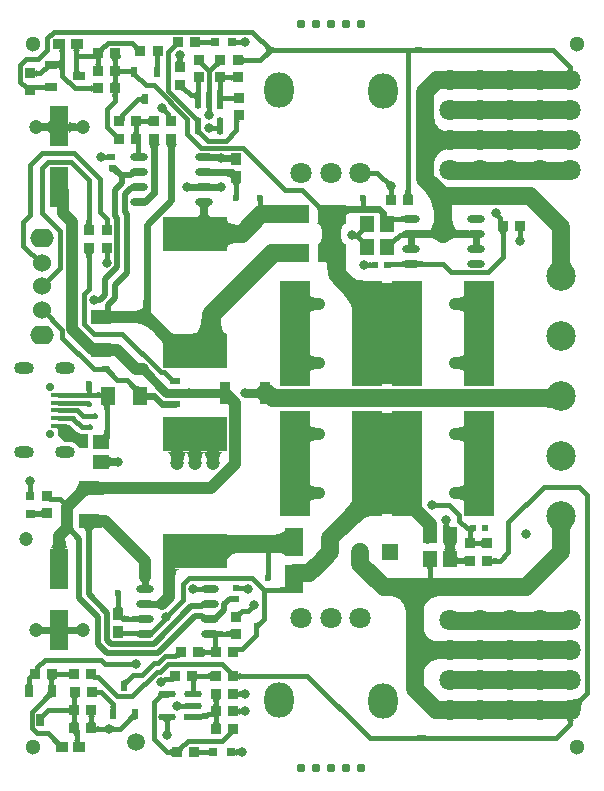
<source format=gtl>
G04*
G04 #@! TF.GenerationSoftware,Altium Limited,Altium Designer,21.9.2 (33)*
G04*
G04 Layer_Physical_Order=1*
G04 Layer_Color=255*
%FSLAX25Y25*%
%MOIN*%
G70*
G04*
G04 #@! TF.SameCoordinates,35660DA9-C4E3-4063-8D90-980638CF2194*
G04*
G04*
G04 #@! TF.FilePolarity,Positive*
G04*
G01*
G75*
%ADD12C,0.02362*%
%ADD61R,0.05512X0.01575*%
%ADD62R,0.05118X0.06496*%
%ADD63R,0.03740X0.03543*%
%ADD64R,0.03543X0.03740*%
G04:AMPARAMS|DCode=65|XSize=59.26mil|YSize=22.53mil|CornerRadius=11.26mil|HoleSize=0mil|Usage=FLASHONLY|Rotation=180.000|XOffset=0mil|YOffset=0mil|HoleType=Round|Shape=RoundedRectangle|*
%AMROUNDEDRECTD65*
21,1,0.05926,0.00000,0,0,180.0*
21,1,0.03674,0.02253,0,0,180.0*
1,1,0.02253,-0.01837,0.00000*
1,1,0.02253,0.01837,0.00000*
1,1,0.02253,0.01837,0.00000*
1,1,0.02253,-0.01837,0.00000*
%
%ADD65ROUNDEDRECTD65*%
%ADD66R,0.05926X0.02253*%
G04:AMPARAMS|DCode=67|XSize=59.26mil|YSize=22.53mil|CornerRadius=11.26mil|HoleSize=0mil|Usage=FLASHONLY|Rotation=270.000|XOffset=0mil|YOffset=0mil|HoleType=Round|Shape=RoundedRectangle|*
%AMROUNDEDRECTD67*
21,1,0.05926,0.00000,0,0,270.0*
21,1,0.03674,0.02253,0,0,270.0*
1,1,0.02253,0.00000,-0.01837*
1,1,0.02253,0.00000,0.01837*
1,1,0.02253,0.00000,0.01837*
1,1,0.02253,0.00000,-0.01837*
%
%ADD67ROUNDEDRECTD67*%
%ADD68R,0.02253X0.05926*%
%ADD69R,0.03150X0.03150*%
%ADD70R,0.03150X0.03150*%
%ADD71R,0.21260X0.11417*%
%ADD72O,0.05984X0.02362*%
%ADD73R,0.06496X0.13583*%
%ADD74R,0.02559X0.03937*%
%ADD75R,0.10039X0.15748*%
%ADD76R,0.03937X0.03740*%
%ADD77R,0.03937X0.02559*%
%ADD78R,0.02362X0.03740*%
%ADD79R,0.03228X0.07205*%
%ADD80C,0.02362*%
%ADD81R,0.02441X0.02441*%
%ADD82R,0.04921X0.05512*%
%ADD83R,0.04724X0.05512*%
%ADD84R,0.06693X0.04528*%
%ADD85R,0.03740X0.02362*%
%ADD86R,0.03740X0.03937*%
%ADD87R,0.02441X0.02244*%
%ADD88R,0.05512X0.04724*%
%ADD89R,0.09449X0.06102*%
%ADD90R,0.06102X0.09449*%
%ADD91C,0.01968*%
%ADD92C,0.05906*%
%ADD93C,0.01575*%
%ADD94C,0.03937*%
%ADD95C,0.06299*%
%ADD96C,0.01968*%
%ADD97C,0.01500*%
%ADD98C,0.03150*%
%ADD99C,0.09843*%
%ADD100C,0.04724*%
%ADD101C,0.06102*%
G04:AMPARAMS|DCode=102|XSize=55.12mil|YSize=55.12mil|CornerRadius=1.93mil|HoleSize=0mil|Usage=FLASHONLY|Rotation=270.000|XOffset=0mil|YOffset=0mil|HoleType=Round|Shape=RoundedRectangle|*
%AMROUNDEDRECTD102*
21,1,0.05512,0.05126,0,0,270.0*
21,1,0.05126,0.05512,0,0,270.0*
1,1,0.00386,-0.02563,-0.02563*
1,1,0.00386,-0.02563,0.02563*
1,1,0.00386,0.02563,0.02563*
1,1,0.00386,0.02563,-0.02563*
%
%ADD102ROUNDEDRECTD102*%
%ADD103C,0.05512*%
%ADD104O,0.07874X0.06299*%
%ADD105C,0.06000*%
%ADD106C,0.02756*%
%ADD107O,0.06693X0.03937*%
%ADD108C,0.03100*%
%ADD109C,0.07087*%
%ADD110O,0.09843X0.11811*%
%ADD111C,0.07087*%
%ADD112C,0.05118*%
%ADD113C,0.04724*%
%ADD114C,0.09843*%
%ADD115C,0.05906*%
%ADD116C,0.03150*%
G36*
X121128Y261532D02*
X121365Y261343D01*
X121610Y261176D01*
X121865Y261031D01*
X122130Y260908D01*
X122403Y260808D01*
X122686Y260730D01*
X122978Y260675D01*
X123279Y260641D01*
X123589Y260630D01*
Y259055D01*
X123279Y259044D01*
X122978Y259011D01*
X122686Y258955D01*
X122403Y258877D01*
X122130Y258777D01*
X121865Y258654D01*
X121610Y258509D01*
X121365Y258343D01*
X121128Y258153D01*
X120901Y257942D01*
X120901D01*
D01*
X119461Y258729D01*
X119661Y258952D01*
X119817Y259174D01*
X119929Y259397D01*
X119996Y259620D01*
X120018Y259842D01*
X119996Y260065D01*
X119929Y260288D01*
X119817Y260511D01*
X119661Y260733D01*
X119461Y260956D01*
X120901Y261743D01*
D01*
X120901D01*
X121128Y261532D01*
D02*
G37*
G36*
X76691Y262030D02*
X77224Y261566D01*
X77457Y261394D01*
X77668Y261261D01*
X77856Y261169D01*
X78021Y261116D01*
X78164Y261103D01*
X78285Y261130D01*
X78382Y261196D01*
X76402Y259216D01*
X76469Y259314D01*
X76496Y259434D01*
X76483Y259577D01*
X76430Y259743D01*
X76337Y259931D01*
X76205Y260141D01*
X76033Y260374D01*
X75820Y260630D01*
X75276Y261209D01*
X76390Y262322D01*
X76691Y262030D01*
D02*
G37*
G36*
X172054Y260732D02*
X172126Y260710D01*
X172227Y260691D01*
X172355Y260675D01*
X172697Y260650D01*
X173715Y260630D01*
Y259055D01*
X173418Y259054D01*
X172126Y258975D01*
X172054Y258953D01*
X172009Y258929D01*
Y260756D01*
X172054Y260732D01*
D02*
G37*
G36*
X170511Y258929D02*
X170466Y258953D01*
X170393Y258975D01*
X170293Y258994D01*
X170164Y259010D01*
X169823Y259035D01*
X168805Y259055D01*
Y260630D01*
X169101Y260631D01*
X170393Y260710D01*
X170466Y260732D01*
X170511Y260756D01*
Y258929D01*
D02*
G37*
G36*
X58315Y259949D02*
X58181Y259901D01*
X58063Y259822D01*
X57961Y259711D01*
X57874Y259568D01*
X57803Y259394D01*
X57748Y259187D01*
X57709Y258949D01*
X57685Y258680D01*
X57677Y258378D01*
X56102D01*
X56094Y258680D01*
X56071Y258949D01*
X56032Y259187D01*
X55976Y259394D01*
X55905Y259568D01*
X55819Y259711D01*
X55717Y259822D01*
X55598Y259901D01*
X55465Y259949D01*
X55315Y259965D01*
X58465D01*
X58315Y259949D01*
D02*
G37*
G36*
X53138Y259953D02*
X53102Y259937D01*
X53071Y259890D01*
X53043Y259811D01*
X53019Y259701D01*
X52999Y259559D01*
X52969Y259181D01*
X52953Y258378D01*
X51378D01*
X51370Y258679D01*
X51346Y258948D01*
X51307Y259186D01*
X51252Y259392D01*
X51181Y259566D01*
X51095Y259709D01*
X50992Y259821D01*
X50874Y259900D01*
X50740Y259948D01*
X50591Y259965D01*
X53138Y259953D01*
D02*
G37*
G36*
X52953Y254994D02*
X51378Y252632D01*
X51362Y252931D01*
X51315Y253199D01*
X51236Y253435D01*
X51126Y253640D01*
X50984Y253813D01*
X50811Y253955D01*
X50678Y254027D01*
X50634Y254008D01*
X50523Y253936D01*
X50445Y253853D01*
X50397Y253759D01*
X50382Y253654D01*
Y254140D01*
X50370Y254144D01*
X50102Y254191D01*
X49803Y254207D01*
Y255782D01*
X50102Y255798D01*
X50370Y255845D01*
X50382Y255849D01*
Y256189D01*
X50397Y256112D01*
X50445Y256042D01*
X50523Y255981D01*
X50624Y255933D01*
X50811Y256034D01*
X50984Y256175D01*
X51126Y256349D01*
X51236Y256553D01*
X51315Y256790D01*
X51362Y257057D01*
X51378Y257357D01*
X51378Y257357D01*
Y257357D01*
X52953Y254994D01*
D02*
G37*
G36*
X92134Y257167D02*
X92158Y256897D01*
X92197Y256659D01*
X92252Y256453D01*
X92323Y256278D01*
X92409Y256135D01*
X92512Y256024D01*
X92630Y255945D01*
X92764Y255897D01*
X92913Y255882D01*
X89764D01*
X89913Y255897D01*
X90047Y255945D01*
X90165Y256024D01*
X90268Y256135D01*
X90354Y256278D01*
X90425Y256453D01*
X90480Y256659D01*
X90520Y256897D01*
X90543Y257167D01*
X90551Y257468D01*
X92126D01*
X92134Y257167D01*
D02*
G37*
G36*
X71092Y257096D02*
X70964Y257050D01*
X70852Y256975D01*
X70754Y256869D01*
X70672Y256733D01*
X70604Y256566D01*
X70552Y256370D01*
X70514Y256143D01*
X70492Y255886D01*
X70484Y255599D01*
X68984D01*
X68977Y255886D01*
X68954Y256143D01*
X68917Y256370D01*
X68864Y256566D01*
X68797Y256733D01*
X68714Y256869D01*
X68617Y256975D01*
X68504Y257050D01*
X68377Y257096D01*
X68234Y257111D01*
X71234D01*
X71092Y257096D01*
D02*
G37*
G36*
X112393Y257823D02*
X112441Y257689D01*
X112520Y257571D01*
X112631Y257469D01*
X112774Y257382D01*
X112949Y257311D01*
X113155Y257256D01*
X113393Y257217D01*
X113663Y257193D01*
X113964Y257185D01*
Y255610D01*
X113663Y255602D01*
X113393Y255579D01*
X113155Y255539D01*
X112949Y255484D01*
X112774Y255413D01*
X112631Y255327D01*
X112520Y255224D01*
X112441Y255106D01*
X112393Y254972D01*
X112378Y254823D01*
Y257972D01*
X112393Y257823D01*
D02*
G37*
G36*
X64919Y255986D02*
X64943Y255716D01*
X64982Y255478D01*
X65037Y255272D01*
X65108Y255097D01*
X65195Y254954D01*
X65297Y254843D01*
X65415Y254764D01*
X65549Y254716D01*
X65699Y254700D01*
X62549D01*
X62699Y254716D01*
X62833Y254764D01*
X62951Y254843D01*
X63053Y254954D01*
X63140Y255097D01*
X63211Y255272D01*
X63266Y255478D01*
X63305Y255716D01*
X63329Y255986D01*
X63337Y256287D01*
X64911D01*
X64919Y255986D01*
D02*
G37*
G36*
X222284Y253892D02*
X222323Y253284D01*
X222335Y253240D01*
X222348Y253211D01*
X222364Y253199D01*
X220628D01*
X220644Y253211D01*
X220657Y253240D01*
X220669Y253284D01*
X220680Y253345D01*
X220689Y253422D01*
X220705Y253751D01*
X220709Y254051D01*
X222283D01*
X222284Y253892D01*
D02*
G37*
G36*
X57685Y253723D02*
X57709Y253453D01*
X57748Y253216D01*
X57803Y253010D01*
X57874Y252835D01*
X57961Y252692D01*
X58063Y252581D01*
X58181Y252501D01*
X58315Y252453D01*
X58465Y252437D01*
X55918Y252449D01*
X55953Y252464D01*
X55984Y252512D01*
X56012Y252590D01*
X56036Y252701D01*
X56056Y252842D01*
X56086Y253220D01*
X56102Y254023D01*
X57677D01*
X57685Y253723D01*
D02*
G37*
G36*
X43299Y253492D02*
X43347Y253358D01*
X43426Y253240D01*
X43537Y253138D01*
X43680Y253051D01*
X43854Y252980D01*
X44061Y252925D01*
X44299Y252886D01*
X44568Y252862D01*
X44870Y252854D01*
Y251279D01*
X44568Y251272D01*
X44299Y251248D01*
X44061Y251209D01*
X43854Y251153D01*
X43680Y251083D01*
X43537Y250996D01*
X43426Y250894D01*
X43347Y250776D01*
X43299Y250642D01*
X43283Y250492D01*
Y253642D01*
X43299Y253492D01*
D02*
G37*
G36*
X108882Y249114D02*
X108866Y249264D01*
X108819Y249398D01*
X108739Y249516D01*
X108628Y249618D01*
X108486Y249705D01*
X108311Y249776D01*
X108105Y249831D01*
X107867Y249870D01*
X107597Y249894D01*
X107296Y249902D01*
Y251476D01*
X107597Y251484D01*
X107867Y251508D01*
X108105Y251547D01*
X108311Y251602D01*
X108486Y251673D01*
X108628Y251760D01*
X108739Y251862D01*
X108819Y251980D01*
X108866Y252114D01*
X108882Y252264D01*
Y249114D01*
D02*
G37*
G36*
X70541Y250020D02*
X70564Y249763D01*
X70601Y249536D01*
X70653Y249339D01*
X70721Y249173D01*
X70803Y249037D01*
X70901Y248931D01*
X71013Y248855D01*
X71141Y248810D01*
X71284Y248795D01*
X68283D01*
X68426Y248810D01*
X68554Y248855D01*
X68666Y248931D01*
X68764Y249037D01*
X68846Y249173D01*
X68914Y249339D01*
X68966Y249536D01*
X69003Y249763D01*
X69026Y250020D01*
X69033Y250307D01*
X70534D01*
X70541Y250020D01*
D02*
G37*
G36*
X105614Y247536D02*
X105649Y247032D01*
X105678Y246827D01*
X105717Y246654D01*
X105763Y246512D01*
X105819Y246402D01*
X105882Y246323D01*
X105955Y246276D01*
X106035Y246260D01*
X103807D01*
X103850Y246276D01*
X103889Y246323D01*
X103923Y246402D01*
X103953Y246512D01*
X103978Y246654D01*
X103999Y246827D01*
X104026Y247268D01*
X104035Y247835D01*
X105610D01*
X105614Y247536D01*
D02*
G37*
G36*
X101970Y247220D02*
X102035Y246114D01*
X102060Y245973D01*
X102087Y245858D01*
X102119Y245770D01*
X102154Y245708D01*
X100208D01*
X100243Y245770D01*
X100275Y245858D01*
X100303Y245973D01*
X100327Y246114D01*
X100364Y246477D01*
X100386Y246946D01*
X100394Y247521D01*
X101969D01*
X101970Y247220D01*
D02*
G37*
G36*
X62217Y245472D02*
X62201Y245622D01*
X62154Y245756D01*
X62075Y245874D01*
X61965Y245976D01*
X61823Y246063D01*
X61650Y246134D01*
X61445Y246189D01*
X61209Y246228D01*
X60941Y246252D01*
X60642Y246260D01*
Y247835D01*
X60941Y247843D01*
X61209Y247866D01*
X61445Y247905D01*
X61650Y247961D01*
X61823Y248031D01*
X61965Y248118D01*
X62075Y248220D01*
X62154Y248339D01*
X62201Y248472D01*
X62217Y248622D01*
Y245472D01*
D02*
G37*
G36*
X93003Y248668D02*
X92963Y248521D01*
X92967Y248352D01*
X93014Y248162D01*
X93104Y247950D01*
X93239Y247716D01*
X93417Y247461D01*
X93638Y247185D01*
X94212Y246567D01*
X93197Y245355D01*
X92868Y245672D01*
X92282Y246171D01*
X92024Y246352D01*
X91790Y246487D01*
X91579Y246577D01*
X91391Y246621D01*
X91227Y246620D01*
X91087Y246573D01*
X90970Y246481D01*
X93086Y248794D01*
X93003Y248668D01*
D02*
G37*
G36*
X71043Y245285D02*
X70915Y245239D01*
X70803Y245163D01*
X70705Y245058D01*
X70623Y244922D01*
X70555Y244755D01*
X70503Y244559D01*
X70465Y244332D01*
X70443Y244075D01*
X70435Y243788D01*
X68935D01*
X68928Y244075D01*
X68905Y244332D01*
X68868Y244559D01*
X68815Y244755D01*
X68748Y244922D01*
X68665Y245058D01*
X68568Y245163D01*
X68455Y245239D01*
X68328Y245285D01*
X68185Y245300D01*
X71185D01*
X71043Y245285D01*
D02*
G37*
G36*
X96329Y243348D02*
X96336Y243461D01*
X96311Y243562D01*
X96253Y243651D01*
X96163Y243728D01*
X96040Y243793D01*
X95884Y243846D01*
X95696Y243888D01*
X95476Y243917D01*
X95222Y243935D01*
X94937Y243941D01*
Y245516D01*
X95284Y245522D01*
X95876Y245568D01*
X96121Y245609D01*
X96331Y245662D01*
X96508Y245726D01*
X96650Y245802D01*
X96759Y245889D01*
X96833Y245989D01*
X96873Y246099D01*
X96329Y243348D01*
D02*
G37*
G36*
X78764Y242016D02*
X78750Y242130D01*
X78708Y242232D01*
X78638Y242323D01*
X78540Y242401D01*
X78414Y242467D01*
X78259Y242522D01*
X78077Y242564D01*
X77867Y242594D01*
X77629Y242612D01*
X77362Y242618D01*
Y244193D01*
X77629Y244199D01*
X77867Y244217D01*
X78077Y244247D01*
X78259Y244289D01*
X78414Y244344D01*
X78540Y244410D01*
X78638Y244488D01*
X78708Y244579D01*
X78750Y244681D01*
X78764Y244795D01*
Y242016D01*
D02*
G37*
G36*
X102119Y240848D02*
X102087Y240760D01*
X102060Y240645D01*
X102035Y240504D01*
X101998Y240141D01*
X101976Y239672D01*
X101969Y239097D01*
X100394D01*
X100392Y239398D01*
X100327Y240504D01*
X100303Y240645D01*
X100275Y240760D01*
X100243Y240848D01*
X100208Y240910D01*
X102154D01*
X102119Y240848D01*
D02*
G37*
G36*
X111661Y236217D02*
X111528Y236170D01*
X111409Y236091D01*
X111307Y235981D01*
X111221Y235839D01*
X111150Y235665D01*
X111094Y235461D01*
X111055Y235225D01*
X111031Y234957D01*
X111024Y234658D01*
X109449D01*
X109461Y236232D01*
X111811D01*
X111661Y236217D01*
D02*
G37*
G36*
X81016Y234449D02*
X81000Y234598D01*
X80953Y234732D01*
X80874Y234850D01*
X80764Y234953D01*
X80622Y235039D01*
X80449Y235110D01*
X80244Y235165D01*
X80008Y235205D01*
X79740Y235228D01*
X79441Y235236D01*
Y236811D01*
X79740Y236819D01*
X80008Y236842D01*
X80244Y236882D01*
X80449Y236937D01*
X80622Y237008D01*
X80764Y237094D01*
X80874Y237197D01*
X80953Y237315D01*
X81000Y237449D01*
X81016Y237598D01*
Y234449D01*
D02*
G37*
G36*
X54429Y236390D02*
X54500Y236189D01*
X54619Y236012D01*
X54785Y235858D01*
X54999Y235728D01*
X55260Y235622D01*
X55568Y235539D01*
X55925Y235480D01*
X56328Y235445D01*
X56779Y235433D01*
Y233071D01*
X56328Y233059D01*
X55925Y233024D01*
X55568Y232965D01*
X55260Y232882D01*
X54999Y232776D01*
X54785Y232646D01*
X54619Y232492D01*
X54500Y232315D01*
X54429Y232114D01*
X54405Y231890D01*
Y236614D01*
X54429Y236390D01*
D02*
G37*
G36*
X47957Y231890D02*
X47933Y232114D01*
X47862Y232315D01*
X47743Y232492D01*
X47577Y232646D01*
X47363Y232776D01*
X47102Y232882D01*
X46794Y232965D01*
X46438Y233024D01*
X46034Y233059D01*
X45583Y233071D01*
Y235433D01*
X46034Y235445D01*
X46438Y235480D01*
X46794Y235539D01*
X47102Y235622D01*
X47363Y235728D01*
X47577Y235858D01*
X47743Y236012D01*
X47862Y236189D01*
X47933Y236390D01*
X47957Y236614D01*
Y231890D01*
D02*
G37*
G36*
X77567Y233151D02*
X77591Y232881D01*
X77630Y232643D01*
X77685Y232437D01*
X77756Y232262D01*
X77842Y232120D01*
X77945Y232009D01*
X78063Y231929D01*
X78197Y231882D01*
X78347Y231866D01*
X75197D01*
X75346Y231882D01*
X75480Y231929D01*
X75598Y232009D01*
X75701Y232120D01*
X75787Y232262D01*
X75858Y232437D01*
X75913Y232643D01*
X75953Y232881D01*
X75976Y233151D01*
X75984Y233453D01*
X77559D01*
X77567Y233151D01*
D02*
G37*
G36*
X90312Y228335D02*
X90197Y228264D01*
X90096Y228146D01*
X90008Y227980D01*
X89933Y227768D01*
X89872Y227508D01*
X89825Y227201D01*
X89791Y226847D01*
X89764Y225996D01*
X87402D01*
X87395Y226445D01*
X87341Y227201D01*
X87293Y227508D01*
X87232Y227768D01*
X87158Y227980D01*
X87070Y228146D01*
X86968Y228264D01*
X86853Y228335D01*
X86725Y228359D01*
X90441D01*
X90312Y228335D01*
D02*
G37*
G36*
X84604D02*
X84488Y228264D01*
X84387Y228146D01*
X84299Y227980D01*
X84224Y227768D01*
X84163Y227508D01*
X84116Y227201D01*
X84082Y226847D01*
X84055Y225996D01*
X81693D01*
X81686Y226445D01*
X81632Y227201D01*
X81585Y227508D01*
X81524Y227768D01*
X81449Y227980D01*
X81361Y228146D01*
X81260Y228264D01*
X81145Y228335D01*
X81016Y228359D01*
X84732D01*
X84604Y228335D01*
D02*
G37*
G36*
X67689Y223240D02*
X67673Y223270D01*
X67626Y223297D01*
X67547Y223320D01*
X67437Y223341D01*
X67295Y223358D01*
X66918Y223383D01*
X66114Y223397D01*
Y224972D01*
X66414Y224977D01*
X66918Y225016D01*
X67122Y225050D01*
X67295Y225094D01*
X67437Y225148D01*
X67547Y225211D01*
X67626Y225285D01*
X67673Y225368D01*
X67689Y225460D01*
Y223240D01*
D02*
G37*
G36*
X176156Y237500D02*
X176318Y236496D01*
X176588Y235610D01*
X176965Y234842D01*
X177451Y234193D01*
X178044Y233661D01*
X178745Y233248D01*
X179554Y232953D01*
X180471Y232775D01*
X181496Y232716D01*
Y226811D01*
X180471Y226752D01*
X179554Y226575D01*
X178745Y226279D01*
X178044Y225866D01*
X177451Y225335D01*
X176965Y224685D01*
X176588Y223917D01*
X176318Y223031D01*
X176156Y222027D01*
X176102Y220905D01*
X170197Y229764D01*
X176102Y238622D01*
X176156Y237500D01*
D02*
G37*
G36*
X70120Y221522D02*
X70162Y221385D01*
X70231Y221232D01*
X70329Y221062D01*
X70454Y220875D01*
X70607Y220672D01*
X70997Y220215D01*
X71498Y219692D01*
X70376Y218029D01*
X70099Y218294D01*
X69550Y218739D01*
X69278Y218920D01*
X69009Y219074D01*
X68741Y219199D01*
X68475Y219296D01*
X68211Y219366D01*
X67949Y219408D01*
X67689Y219422D01*
X70106Y221641D01*
X70120Y221522D01*
D02*
G37*
G36*
X108378Y219476D02*
X108390Y216673D01*
X108365Y216898D01*
X108294Y217098D01*
X108174Y217276D01*
X108008Y217429D01*
X107794Y217559D01*
X107533Y217665D01*
X107225Y217748D01*
X106869Y217807D01*
X106466Y217843D01*
X106016Y217854D01*
Y220216D01*
X108378Y219476D01*
D02*
G37*
G36*
X111063Y216652D02*
X111055Y216573D01*
X111041Y216277D01*
X111035Y215575D01*
X111811D01*
X111661Y215559D01*
X111528Y215512D01*
X111409Y215432D01*
X111307Y215321D01*
X111221Y215178D01*
X111150Y215004D01*
X111094Y214798D01*
X111055Y214560D01*
X111031Y214290D01*
X111024Y213988D01*
X109449D01*
X109441Y214290D01*
X109417Y214560D01*
X109378Y214798D01*
X109323Y215004D01*
X109252Y215178D01*
X109165Y215321D01*
X109063Y215432D01*
X108945Y215512D01*
X108811Y215559D01*
X108661Y215575D01*
X109423D01*
X109400Y216685D01*
X111072D01*
X111063Y216652D01*
D02*
G37*
G36*
X168118Y212954D02*
X168142Y212684D01*
X168181Y212446D01*
X168236Y212240D01*
X168307Y212066D01*
X168394Y211923D01*
X168496Y211812D01*
X168614Y211732D01*
X168748Y211685D01*
X168898Y211669D01*
X165748D01*
X165898Y211685D01*
X166032Y211732D01*
X166150Y211812D01*
X166252Y211923D01*
X166339Y212066D01*
X166409Y212240D01*
X166465Y212446D01*
X166504Y212684D01*
X166528Y212954D01*
X166535Y213256D01*
X168110D01*
X168118Y212954D01*
D02*
G37*
G36*
X111025Y212789D02*
X111104Y211496D01*
X111125Y211424D01*
X111149Y211379D01*
X109323D01*
X109347Y211424D01*
X109368Y211496D01*
X109387Y211597D01*
X109404Y211726D01*
X109429Y212067D01*
X109449Y213085D01*
X111024D01*
X111025Y212789D01*
D02*
G37*
G36*
X153348Y209881D02*
X153472D01*
X153448Y209836D01*
X153427Y209764D01*
X153408Y209663D01*
X153392Y209534D01*
X153367Y209193D01*
X153364Y209062D01*
X153395Y207528D01*
X151723D01*
X151733Y207560D01*
X151741Y207639D01*
X151754Y207936D01*
X151760Y208635D01*
X151691Y209764D01*
X151670Y209836D01*
X151646Y209881D01*
X151771D01*
X151772Y209935D01*
X153347D01*
X153348Y209881D01*
D02*
G37*
G36*
X137524Y208921D02*
X138076Y208454D01*
X138320Y208285D01*
X138543Y208157D01*
X138744Y208072D01*
X138924Y208030D01*
X139084D01*
X139221Y208072D01*
X139338Y208157D01*
X137217Y206036D01*
X137302Y206153D01*
X137344Y206291D01*
Y206450D01*
X137302Y206630D01*
X137217Y206832D01*
X137089Y207054D01*
X136920Y207298D01*
X136708Y207563D01*
X136156Y208157D01*
X137217Y209218D01*
X137524Y208921D01*
D02*
G37*
G36*
X54417Y207394D02*
X54419Y207374D01*
X54422Y207315D01*
X54429Y205413D01*
X50492D01*
X50480Y207406D01*
X54417Y207394D01*
D02*
G37*
G36*
X146665Y208103D02*
X146736Y208055D01*
X146854Y208013D01*
X147020Y207976D01*
X147232Y207945D01*
X147799Y207899D01*
X149004Y207874D01*
Y205512D01*
X148553Y205500D01*
X148150Y205465D01*
X147794Y205405D01*
X147486Y205323D01*
X147225Y205217D01*
X147011Y205087D01*
X146845Y204933D01*
X146726Y204756D01*
X146654Y204555D01*
X146630Y204331D01*
X146642Y208157D01*
X146665Y208103D01*
D02*
G37*
G36*
X101543Y207984D02*
X101344Y207909D01*
X101167Y207783D01*
X101014Y207607D01*
X100885Y207381D01*
X100779Y207104D01*
X100696Y206777D01*
X100638Y206400D01*
X100613Y206107D01*
X100638Y205831D01*
X100697Y205476D01*
X100779Y205169D01*
X100886Y204909D01*
X101016Y204697D01*
X101169Y204531D01*
X101347Y204413D01*
X101547Y204342D01*
X101772Y204319D01*
X97047D01*
X97272Y204342D01*
X97473Y204413D01*
X97650Y204531D01*
X97803Y204697D01*
X97933Y204909D01*
X98039Y205169D01*
X98122Y205476D01*
X98181Y205831D01*
X98206Y206107D01*
X98181Y206400D01*
X98123Y206777D01*
X98040Y207104D01*
X97934Y207381D01*
X97805Y207607D01*
X97652Y207783D01*
X97475Y207909D01*
X97275Y207984D01*
X97052Y208009D01*
X101767D01*
X101543Y207984D01*
D02*
G37*
G36*
X141211Y204180D02*
X141157Y204216D01*
X141094Y204248D01*
X141022Y204276D01*
X140941Y204300D01*
X140850Y204321D01*
X140750Y204338D01*
X140521Y204361D01*
X140393Y204366D01*
X140256Y204368D01*
Y205868D01*
X140393Y205870D01*
X140750Y205898D01*
X140850Y205915D01*
X140941Y205936D01*
X141022Y205960D01*
X141094Y205988D01*
X141157Y206020D01*
X141211Y206056D01*
Y204180D01*
D02*
G37*
G36*
X165907Y202542D02*
X165833Y202586D01*
X165735Y202626D01*
X165612Y202661D01*
X165463Y202691D01*
X165290Y202717D01*
X164870Y202754D01*
X164349Y202773D01*
X164052Y202776D01*
Y204350D01*
X164349Y204353D01*
X165463Y204435D01*
X165612Y204465D01*
X165735Y204500D01*
X165833Y204540D01*
X165907Y204584D01*
Y202542D01*
D02*
G37*
G36*
X61819Y202836D02*
X61843Y202566D01*
X61882Y202328D01*
X61937Y202122D01*
X62008Y201947D01*
X62094Y201805D01*
X62197Y201694D01*
X62315Y201614D01*
X62449Y201567D01*
X62598Y201551D01*
X59449D01*
X59598Y201567D01*
X59732Y201614D01*
X59850Y201694D01*
X59953Y201805D01*
X60039Y201947D01*
X60110Y202122D01*
X60165Y202328D01*
X60205Y202566D01*
X60228Y202836D01*
X60236Y203138D01*
X61811D01*
X61819Y202836D01*
D02*
G37*
G36*
X100245Y200740D02*
X100126Y200605D01*
X100015Y200444D01*
X99911Y200258D01*
X99814Y200046D01*
X99725Y199809D01*
X99642Y199545D01*
X99499Y198941D01*
X99438Y198600D01*
X99384Y198234D01*
X96069Y201549D01*
X96435Y201603D01*
X97380Y201807D01*
X97643Y201890D01*
X97881Y201980D01*
X98093Y202077D01*
X98279Y202181D01*
X98440Y202292D01*
X98574Y202410D01*
X100245Y200740D01*
D02*
G37*
G36*
X200539Y199418D02*
X200406Y199370D01*
X200287Y199291D01*
X200185Y199180D01*
X200098Y199037D01*
X200027Y198862D01*
X199972Y198656D01*
X199933Y198418D01*
X199909Y198148D01*
X199902Y197847D01*
X198327D01*
X198319Y198148D01*
X198295Y198418D01*
X198256Y198656D01*
X198201Y198862D01*
X198130Y199037D01*
X198043Y199180D01*
X197941Y199291D01*
X197823Y199370D01*
X197689Y199418D01*
X197539Y199433D01*
X200689D01*
X200539Y199418D01*
D02*
G37*
G36*
X179134Y211024D02*
X182087D01*
X177635Y205650D01*
X182087D01*
X182110Y204527D01*
X182181Y203524D01*
X182299Y202638D01*
X182465Y201870D01*
X182677Y201220D01*
X182937Y200689D01*
X183244Y200276D01*
X183598Y199980D01*
X183708Y199932D01*
X184800Y199826D01*
X186670Y199753D01*
X187746Y199744D01*
Y197382D01*
X186670Y197373D01*
X183306Y197155D01*
X182701Y197055D01*
X182190Y196937D01*
X181772Y196801D01*
X181449Y196646D01*
X181220Y196474D01*
Y198309D01*
X179134Y197382D01*
X177047Y198309D01*
Y196474D01*
X176818Y196646D01*
X176495Y196801D01*
X176078Y196937D01*
X175567Y197055D01*
X174961Y197155D01*
X173468Y197300D01*
X171598Y197373D01*
X170522Y197382D01*
Y199744D01*
X171598Y199753D01*
X174595Y199947D01*
X174669Y199980D01*
X175024Y200276D01*
X175331Y200689D01*
X175591Y201220D01*
X175803Y201870D01*
X175969Y202638D01*
X176157Y204527D01*
X176158Y204544D01*
X176139Y205059D01*
X176014Y206188D01*
X175805Y207283D01*
X175513Y208343D01*
X175137Y209368D01*
X174678Y210359D01*
X174135Y211315D01*
X173509Y212237D01*
X172799Y213124D01*
X172005Y213976D01*
X179134Y211024D01*
D02*
G37*
G36*
X146307Y202020D02*
X146008Y201843D01*
X145744Y201547D01*
X145515Y201134D01*
X145322Y200603D01*
X145163Y199953D01*
X145040Y199185D01*
X144992Y198703D01*
X145040Y198059D01*
X145163Y197291D01*
X145322Y196642D01*
X145515Y196110D01*
X145744Y195697D01*
X146008Y195401D01*
X146307Y195224D01*
X146642Y195165D01*
X137217D01*
X137551Y195224D01*
X137850Y195401D01*
X138114Y195697D01*
X138343Y196110D01*
X138537Y196642D01*
X138695Y197291D01*
X138818Y198059D01*
X138866Y198542D01*
X138818Y199185D01*
X138695Y199953D01*
X138537Y200603D01*
X138343Y201134D01*
X138114Y201547D01*
X137850Y201843D01*
X137551Y202020D01*
X137217Y202079D01*
X146642D01*
X146307Y202020D01*
D02*
G37*
G36*
X107112Y203179D02*
X107260Y202842D01*
X107508Y202545D01*
X107854Y202288D01*
X108299Y202070D01*
X108843Y201892D01*
X109486Y201753D01*
X110228Y201654D01*
X111068Y201595D01*
X112008Y201575D01*
Y195669D01*
X111068Y195650D01*
X109486Y195491D01*
X108843Y195352D01*
X108299Y195174D01*
X107854Y194956D01*
X107508Y194699D01*
X107260Y194402D01*
X107112Y194065D01*
X107063Y193689D01*
Y203555D01*
X107112Y203179D01*
D02*
G37*
G36*
X62449Y192122D02*
X62315Y192075D01*
X62197Y191996D01*
X62094Y191886D01*
X62008Y191744D01*
X61937Y191571D01*
X61882Y191366D01*
X61843Y191130D01*
X61819Y190862D01*
X61811Y190563D01*
X60236D01*
X60228Y190862D01*
X60205Y191130D01*
X60165Y191366D01*
X60110Y191571D01*
X60039Y191744D01*
X59953Y191886D01*
X59850Y191996D01*
X59732Y192075D01*
X59598Y192122D01*
X59449Y192138D01*
X62598D01*
X62449Y192122D01*
D02*
G37*
G36*
X221462Y191020D02*
X221580Y189285D01*
X221634Y188971D01*
X221698Y188706D01*
X221772Y188489D01*
X221855Y188320D01*
X221949Y188199D01*
X215059D01*
X215153Y188320D01*
X215236Y188489D01*
X215310Y188706D01*
X215374Y188971D01*
X215428Y189285D01*
X215507Y190056D01*
X215546Y191020D01*
X215551Y191575D01*
X221457D01*
X221462Y191020D01*
D02*
G37*
G36*
X170779Y189542D02*
X170875Y189504D01*
X170996Y189470D01*
X171143Y189441D01*
X171315Y189416D01*
X171735Y189380D01*
X172555Y189360D01*
X172570Y187785D01*
X172273Y187783D01*
X171332Y187724D01*
X171158Y187698D01*
X171009Y187666D01*
X170884Y187629D01*
X170783Y187588D01*
X170708Y187542D01*
Y189584D01*
X170779Y189542D01*
D02*
G37*
G36*
X166191Y187424D02*
X166084Y187462D01*
X165957Y187496D01*
X165810Y187527D01*
X165456Y187575D01*
X165023Y187607D01*
X164223Y187625D01*
X163936Y189200D01*
X164220Y189204D01*
X164957Y189261D01*
X165163Y189296D01*
X165351Y189338D01*
X165519Y189388D01*
X165667Y189446D01*
X165797Y189511D01*
X165907Y189584D01*
X166191Y187424D01*
D02*
G37*
G36*
X161500Y189360D02*
X161547Y189326D01*
X161626Y189297D01*
X161736Y189271D01*
X161878Y189249D01*
X162256Y189217D01*
X163059Y189200D01*
Y187625D01*
X162760Y187619D01*
X162256Y187567D01*
X162051Y187522D01*
X161878Y187464D01*
X161736Y187393D01*
X161626Y187309D01*
X161547Y187213D01*
X161500Y187103D01*
X161484Y186980D01*
Y189398D01*
X161500Y189360D01*
D02*
G37*
G36*
X155051Y186980D02*
X155036Y187060D01*
X154988Y187132D01*
X154910Y187195D01*
X154799Y187250D01*
X154658Y187296D01*
X154484Y187334D01*
X154280Y187364D01*
X154043Y187385D01*
X153477Y187402D01*
Y188976D01*
X153776Y188981D01*
X154280Y189014D01*
X154484Y189044D01*
X154658Y189082D01*
X154799Y189128D01*
X154910Y189183D01*
X154988Y189246D01*
X155036Y189318D01*
X155051Y189398D01*
Y186980D01*
D02*
G37*
G36*
X133299Y178759D02*
X134330Y178129D01*
X134838Y177874D01*
X135342Y177657D01*
X135842Y177480D01*
X136337Y177342D01*
X136828Y177244D01*
X137314Y177185D01*
X137795Y177165D01*
Y173228D01*
X137314Y173209D01*
X136828Y173150D01*
X136337Y173051D01*
X135842Y172914D01*
X135342Y172736D01*
X134838Y172520D01*
X134330Y172264D01*
X133817Y171969D01*
X132777Y171261D01*
Y179133D01*
X133299Y178759D01*
D02*
G37*
G36*
X188089Y171261D02*
X187567Y171635D01*
X186537Y172264D01*
X186028Y172520D01*
X185524Y172736D01*
X185024Y172914D01*
X184529Y173051D01*
X184039Y173150D01*
X183553Y173209D01*
X183071Y173228D01*
Y177165D01*
X183553Y177185D01*
X184039Y177244D01*
X184529Y177342D01*
X185024Y177480D01*
X185524Y177657D01*
X186028Y177874D01*
X186537Y178129D01*
X187050Y178425D01*
X188089Y179133D01*
Y171261D01*
D02*
G37*
G36*
X68335Y173064D02*
X68453Y173016D01*
X68649Y172974D01*
X68925Y172937D01*
X69712Y172880D01*
X72232Y172835D01*
Y168898D01*
X71484Y168895D01*
X68453Y168716D01*
X68335Y168668D01*
X68295Y168614D01*
Y173118D01*
X68335Y173064D01*
D02*
G37*
G36*
X81708Y172257D02*
X79936D01*
X80315Y170866D01*
X82284Y166114D01*
X81715Y166643D01*
X81124Y167116D01*
X80509Y167534D01*
X79872Y167895D01*
X79211Y168202D01*
X78528Y168452D01*
X77821Y168647D01*
X77091Y168786D01*
X76338Y168870D01*
X75563Y168898D01*
X75197Y172835D01*
X75945Y172858D01*
X76614Y172929D01*
X77205Y173047D01*
X77716Y173213D01*
X78150Y173425D01*
X78504Y173685D01*
X78780Y173992D01*
X78976Y174346D01*
X79094Y174748D01*
X79108Y174898D01*
X79134Y176378D01*
X81496D01*
X81708Y172257D01*
D02*
G37*
G36*
X105028Y170445D02*
X105193Y168429D01*
X105338Y167610D01*
X105524Y166917D01*
X105751Y166350D01*
X106020Y165909D01*
X106330Y165594D01*
X106682Y165405D01*
X107075Y165342D01*
X95558D01*
X96157Y165405D01*
X96692Y165594D01*
X97164Y165909D01*
X97574Y166350D01*
X97920Y166917D01*
X98204Y167610D01*
X98424Y168429D01*
X98582Y169374D01*
X98676Y170445D01*
X98708Y171642D01*
X105007D01*
X105028Y170445D01*
D02*
G37*
G36*
X86646Y167347D02*
X88094Y166122D01*
X88734Y165676D01*
X89319Y165342D01*
X89848Y165120D01*
X90321Y165008D01*
X90738D01*
X91100Y165120D01*
X91407Y165342D01*
X85839Y159775D01*
X86062Y160081D01*
X86173Y160443D01*
Y160860D01*
X86062Y161334D01*
X85839Y161863D01*
X85505Y162447D01*
X85059Y163087D01*
X84503Y163783D01*
X83055Y165342D01*
X85839Y168126D01*
X86646Y167347D01*
D02*
G37*
G36*
X68305Y161980D02*
X68371Y161945D01*
X68480Y161913D01*
X68633Y161886D01*
X68830Y161863D01*
X69356Y161830D01*
X70473Y161811D01*
Y157874D01*
X70056Y157872D01*
X68480Y157772D01*
X68371Y157740D01*
X68305Y157705D01*
X68283Y157665D01*
Y162020D01*
X68305Y161980D01*
D02*
G37*
G36*
X66180Y152630D02*
X66135Y152654D01*
X66063Y152675D01*
X65962Y152694D01*
X65833Y152711D01*
X65492Y152736D01*
X64474Y152756D01*
Y154331D01*
X64771Y154332D01*
X66063Y154411D01*
X66135Y154432D01*
X66180Y154456D01*
Y152630D01*
D02*
G37*
G36*
X133299Y159074D02*
X134330Y158444D01*
X134838Y158189D01*
X135342Y157972D01*
X135842Y157795D01*
X136337Y157657D01*
X136828Y157559D01*
X137314Y157500D01*
X137795Y157480D01*
Y153543D01*
X137314Y153524D01*
X136828Y153465D01*
X136337Y153366D01*
X135842Y153228D01*
X135342Y153051D01*
X134838Y152835D01*
X134330Y152579D01*
X133817Y152284D01*
X132777Y151576D01*
Y159448D01*
X133299Y159074D01*
D02*
G37*
G36*
X188089Y151576D02*
X187567Y151950D01*
X186537Y152579D01*
X186028Y152835D01*
X185524Y153051D01*
X185024Y153228D01*
X184529Y153366D01*
X184039Y153465D01*
X183553Y153524D01*
X183071Y153543D01*
Y157480D01*
X183553Y157500D01*
X184039Y157559D01*
X184529Y157657D01*
X185024Y157795D01*
X185524Y157972D01*
X186028Y158189D01*
X186537Y158444D01*
X187050Y158740D01*
X188089Y159448D01*
Y151576D01*
D02*
G37*
G36*
X68119Y153611D02*
X68155Y153544D01*
X68213Y153460D01*
X68293Y153357D01*
X68516Y153098D01*
X69222Y152364D01*
X68108Y151251D01*
X67898Y151459D01*
X66928Y152317D01*
X66862Y152353D01*
X66813Y152368D01*
X68104Y153659D01*
X68119Y153611D01*
D02*
G37*
G36*
X146642Y189087D02*
X146644Y189047D01*
X146652Y187152D01*
X146653Y186389D01*
X147126Y185930D01*
X149466Y183924D01*
X150468Y183214D01*
X151358Y182700D01*
X152137Y182381D01*
X152803Y182257D01*
X153358Y182329D01*
X153801Y182596D01*
X154131Y183059D01*
X149303Y173216D01*
X156693D01*
Y182283D01*
X163779D01*
Y173216D01*
X172146D01*
X172197Y167335D01*
X172232D01*
X172216Y167236D01*
X172201Y166941D01*
X172201Y166927D01*
X172232Y163374D01*
X172180D01*
X172146Y157492D01*
X163779D01*
Y148425D01*
X156693D01*
Y157492D01*
X148721D01*
X148669Y163374D01*
X148634D01*
X148651Y163472D01*
X148665Y163768D01*
X148665Y163782D01*
X148634Y167335D01*
X148686D01*
X148713Y172015D01*
X148634Y171853D01*
X148714Y172116D01*
X148721Y173216D01*
X148812D01*
X148647Y173969D01*
X148292Y174868D01*
X147755Y175864D01*
X147039Y176956D01*
X146142Y178145D01*
X143808Y180813D01*
X142370Y182292D01*
X144342Y185138D01*
X140748D01*
X140738Y185890D01*
X140589Y187672D01*
X140499Y188108D01*
X140389Y188464D01*
X140260Y188742D01*
X140110Y188940D01*
X139941Y189059D01*
X139752Y189099D01*
X146642Y189087D01*
D02*
G37*
G36*
X61913Y147828D02*
X61892Y147756D01*
X61873Y147655D01*
X61856Y147526D01*
X61831Y147185D01*
X61811Y146167D01*
X60236D01*
X60235Y146464D01*
X60156Y147756D01*
X60134Y147828D01*
X60110Y147873D01*
X61937D01*
X61913Y147828D01*
D02*
G37*
G36*
X76025Y148722D02*
X76605Y148229D01*
X76862Y148050D01*
X77096Y147915D01*
X77307Y147825D01*
X77496Y147779D01*
X77663Y147778D01*
X77807Y147821D01*
X77928Y147909D01*
X75713Y145694D01*
X75801Y145815D01*
X75844Y145959D01*
X75843Y146126D01*
X75797Y146315D01*
X75707Y146526D01*
X75572Y146760D01*
X75393Y147017D01*
X75169Y147296D01*
X74587Y147921D01*
X75701Y149035D01*
X76025Y148722D01*
D02*
G37*
G36*
X64886Y143307D02*
X64870Y143457D01*
X64823Y143590D01*
X64743Y143709D01*
X64632Y143811D01*
X64490Y143898D01*
X64315Y143968D01*
X64109Y144024D01*
X63871Y144063D01*
X63601Y144087D01*
X63299Y144095D01*
Y145669D01*
X63601Y145677D01*
X63871Y145701D01*
X64109Y145740D01*
X64315Y145795D01*
X64490Y145866D01*
X64632Y145953D01*
X64743Y146055D01*
X64823Y146173D01*
X64870Y146307D01*
X64886Y146457D01*
Y143307D01*
D02*
G37*
G36*
X215749Y140607D02*
X215662Y140634D01*
X215482Y140658D01*
X215210Y140679D01*
X212470Y140742D01*
X210729Y140748D01*
X211041Y146653D01*
X211592Y146661D01*
X212954Y146766D01*
X213311Y146829D01*
X213620Y146907D01*
X213880Y146999D01*
X214093Y147104D01*
X214256Y147224D01*
X214371Y147357D01*
X215749Y140607D01*
D02*
G37*
G36*
X68354Y141445D02*
X68221Y141398D01*
X68102Y141318D01*
X68000Y141207D01*
X67913Y141064D01*
X67843Y140890D01*
X67787Y140683D01*
X67748Y140445D01*
X67724Y140176D01*
X67716Y139874D01*
X66142D01*
X66134Y140176D01*
X66110Y140445D01*
X66071Y140683D01*
X66016Y140890D01*
X65945Y141064D01*
X65858Y141207D01*
X65756Y141318D01*
X65638Y141398D01*
X65504Y141445D01*
X65354Y141461D01*
X68504D01*
X68354Y141445D01*
D02*
G37*
G36*
X67704Y131681D02*
X65354Y131669D01*
X65504Y131685D01*
X65638Y131734D01*
X65756Y131813D01*
X65858Y131925D01*
X65945Y132068D01*
X66016Y132242D01*
X66071Y132448D01*
X66110Y132686D01*
X66134Y132955D01*
X66142Y133256D01*
X67716D01*
X67704Y131681D01*
D02*
G37*
G36*
X188089Y127954D02*
X187567Y128328D01*
X186537Y128957D01*
X186028Y129213D01*
X185524Y129429D01*
X185024Y129606D01*
X184529Y129744D01*
X184039Y129843D01*
X183553Y129902D01*
X183071Y129921D01*
Y133858D01*
X183553Y133878D01*
X184039Y133937D01*
X184529Y134035D01*
X185024Y134173D01*
X185524Y134350D01*
X186028Y134567D01*
X186537Y134822D01*
X187050Y135118D01*
X188089Y135826D01*
Y127954D01*
D02*
G37*
G36*
X133299Y135452D02*
X134330Y134822D01*
X134838Y134567D01*
X135342Y134350D01*
X135842Y134173D01*
X136337Y134035D01*
X136828Y133937D01*
X137314Y133878D01*
X137795Y133858D01*
Y129921D01*
X137314Y129902D01*
X136828Y129843D01*
X136337Y129744D01*
X135842Y129606D01*
X135342Y129429D01*
X134838Y129213D01*
X134330Y128957D01*
X133817Y128662D01*
X132777Y127954D01*
Y135826D01*
X133299Y135452D01*
D02*
G37*
G36*
X51181Y134796D02*
X54711D01*
X56958Y132549D01*
X57740Y132027D01*
X58661Y131843D01*
X60518D01*
X60630Y131814D01*
Y127165D01*
X57751D01*
X57622Y127476D01*
X57055Y128216D01*
X56314Y128784D01*
X55452Y129141D01*
X54527Y129263D01*
X53021D01*
X50864Y131419D01*
X50886Y131501D01*
Y132279D01*
X50685Y133029D01*
X50296Y133703D01*
X49746Y134253D01*
X49591Y134343D01*
X49725Y134843D01*
X50948D01*
X51181Y134796D01*
D02*
G37*
G36*
X105925Y125957D02*
X105591Y125839D01*
X105295Y125642D01*
X105039Y125366D01*
X104823Y125012D01*
X104646Y124579D01*
X104508Y124067D01*
X104410Y123477D01*
X104350Y122807D01*
X104331Y122059D01*
X100394D01*
X100374Y122807D01*
X100315Y123477D01*
X100216Y124067D01*
X100079Y124579D01*
X99902Y125012D01*
X99685Y125366D01*
X99429Y125642D01*
X99410Y125655D01*
X99390Y125642D01*
X99134Y125366D01*
X98917Y125012D01*
X98740Y124579D01*
X98602Y124067D01*
X98504Y123477D01*
X98445Y122807D01*
X98425Y122059D01*
X94488D01*
X94468Y122807D01*
X94409Y123477D01*
X94311Y124067D01*
X94173Y124579D01*
X93996Y125012D01*
X93779Y125366D01*
X93524Y125642D01*
X93504Y125655D01*
X93484Y125642D01*
X93228Y125366D01*
X93012Y125012D01*
X92835Y124579D01*
X92697Y124067D01*
X92598Y123477D01*
X92539Y122807D01*
X92520Y122059D01*
X88583D01*
X88563Y122807D01*
X88504Y123477D01*
X88406Y124067D01*
X88268Y124579D01*
X88090Y125012D01*
X87874Y125366D01*
X87618Y125642D01*
X87323Y125839D01*
X86988Y125957D01*
X86614Y125996D01*
X106299D01*
X105925Y125957D01*
D02*
G37*
G36*
X67728Y124766D02*
X67799Y124567D01*
X67917Y124392D01*
X68082Y124240D01*
X68295Y124111D01*
X68555Y124006D01*
X68862Y123924D01*
X69216Y123866D01*
X69618Y123831D01*
X70067Y123819D01*
Y121457D01*
X69618Y121445D01*
X69216Y121410D01*
X68862Y121352D01*
X68555Y121270D01*
X68295Y121164D01*
X68082Y121036D01*
X67917Y120884D01*
X67799Y120709D01*
X67728Y120510D01*
X67704Y120288D01*
Y124988D01*
X67728Y124766D01*
D02*
G37*
G36*
X63257Y111540D02*
X62925Y111735D01*
X62543Y111824D01*
X62112Y111808D01*
X61630Y111687D01*
X61098Y111460D01*
X60516Y111127D01*
X59884Y110690D01*
X59203Y110146D01*
X58471Y109498D01*
X57689Y108744D01*
X54905Y111528D01*
X55434Y112074D01*
X56325Y113102D01*
X56687Y113585D01*
X56993Y114046D01*
X57244Y114485D01*
X57439Y114904D01*
X57578Y115301D01*
X57661Y115677D01*
X57689Y116031D01*
X63257Y111540D01*
D02*
G37*
G36*
X64397Y115978D02*
X64516Y115929D01*
X64712Y115887D01*
X64988Y115850D01*
X65775Y115793D01*
X68295Y115748D01*
Y111811D01*
X67547Y111808D01*
X64516Y111630D01*
X64397Y111582D01*
X64358Y111528D01*
Y116031D01*
X64397Y115978D01*
D02*
G37*
G36*
X188089Y108269D02*
X187567Y108642D01*
X186537Y109272D01*
X186028Y109528D01*
X185524Y109744D01*
X185024Y109921D01*
X184529Y110059D01*
X184039Y110158D01*
X183553Y110217D01*
X183071Y110236D01*
Y114173D01*
X183553Y114193D01*
X184039Y114252D01*
X184529Y114350D01*
X185024Y114488D01*
X185524Y114665D01*
X186028Y114882D01*
X186537Y115137D01*
X187050Y115433D01*
X188089Y116141D01*
Y108269D01*
D02*
G37*
G36*
X133299Y115767D02*
X134330Y115137D01*
X134838Y114882D01*
X135342Y114665D01*
X135842Y114488D01*
X136337Y114350D01*
X136828Y114252D01*
X137314Y114193D01*
X137795Y114173D01*
Y110236D01*
X137314Y110216D01*
X136828Y110158D01*
X136337Y110059D01*
X135842Y109921D01*
X135342Y109744D01*
X134838Y109528D01*
X134330Y109272D01*
X133817Y108977D01*
X132777Y108269D01*
Y116141D01*
X133299Y115767D01*
D02*
G37*
G36*
X45496Y103740D02*
X45481Y103890D01*
X45433Y104024D01*
X45354Y104142D01*
X45243Y104244D01*
X45100Y104331D01*
X44925Y104402D01*
X44719Y104457D01*
X44481Y104496D01*
X44211Y104520D01*
X44192Y104520D01*
X44177Y104520D01*
X43909Y104497D01*
X43673Y104458D01*
X43468Y104403D01*
X43295Y104334D01*
X43153Y104248D01*
X43043Y104148D01*
X42964Y104031D01*
X42917Y103900D01*
X42901Y103752D01*
Y106878D01*
X42917Y106730D01*
X42964Y106599D01*
X43043Y106482D01*
X43153Y106381D01*
X43295Y106296D01*
X43468Y106226D01*
X43673Y106172D01*
X43909Y106133D01*
X44177Y106110D01*
X44192Y106110D01*
X44211Y106110D01*
X44481Y106134D01*
X44719Y106173D01*
X44925Y106228D01*
X45100Y106299D01*
X45243Y106386D01*
X45354Y106488D01*
X45433Y106606D01*
X45481Y106740D01*
X45496Y106890D01*
Y103740D01*
D02*
G37*
G36*
X163779Y129909D02*
X172146D01*
X172197Y124028D01*
X172232D01*
X172216Y123929D01*
X172201Y123634D01*
X172201Y123620D01*
X172232Y120067D01*
X172180D01*
X172146Y114185D01*
X163779D01*
Y105118D01*
X156693D01*
Y114185D01*
X148721D01*
X148669Y120067D01*
X148634D01*
X148651Y120165D01*
X148665Y120460D01*
X148665Y120475D01*
X148634Y124028D01*
X148686D01*
X148721Y129909D01*
X156693D01*
Y138976D01*
X163779D01*
Y129909D01*
D02*
G37*
G36*
X156986Y104355D02*
X156527Y104688D01*
X155985Y104853D01*
X155360Y104852D01*
X154650Y104684D01*
X153857Y104349D01*
X152980Y103846D01*
X152019Y103177D01*
X150974Y102341D01*
X148634Y100167D01*
X144458Y104343D01*
X145629Y105555D01*
X147468Y107728D01*
X148138Y108688D01*
X148640Y109565D01*
X148975Y110359D01*
X149144Y111068D01*
X149145Y111694D01*
X148979Y112236D01*
X148646Y112694D01*
X156986Y104355D01*
D02*
G37*
G36*
X180913Y102246D02*
X180937Y101977D01*
X180976Y101739D01*
X181032Y101533D01*
X181102Y101359D01*
X181189Y101216D01*
X181291Y101104D01*
X181409Y101025D01*
X181543Y100977D01*
X181693Y100960D01*
X178949Y100972D01*
X179022Y100988D01*
X179086Y101035D01*
X179144Y101114D01*
X179193Y101224D01*
X179235Y101366D01*
X179270Y101539D01*
X179296Y101744D01*
X179327Y102248D01*
X179331Y102547D01*
X180905D01*
X180913Y102246D01*
D02*
G37*
G36*
X64368Y104894D02*
X64434Y104858D01*
X64543Y104827D01*
X64696Y104800D01*
X64893Y104777D01*
X65419Y104743D01*
X66535Y104724D01*
Y100787D01*
X66119Y100785D01*
X64543Y100685D01*
X64434Y100654D01*
X64368Y100618D01*
X64346Y100578D01*
Y104933D01*
X64368Y104894D01*
D02*
G37*
G36*
X62805Y100496D02*
X62638Y100437D01*
X62490Y100338D01*
X62362Y100199D01*
X62254Y100021D01*
X62165Y99803D01*
X62097Y99546D01*
X62047Y99249D01*
X62018Y98912D01*
X62008Y98536D01*
X60039D01*
X60030Y98912D01*
X60000Y99249D01*
X59951Y99546D01*
X59882Y99803D01*
X59793Y100021D01*
X59685Y100199D01*
X59557Y100338D01*
X59409Y100437D01*
X59242Y100496D01*
X59055Y100516D01*
X62992D01*
X62805Y100496D01*
D02*
G37*
G36*
X221855Y101050D02*
X221772Y100881D01*
X221698Y100664D01*
X221634Y100399D01*
X221580Y100086D01*
X221501Y99314D01*
X221462Y98350D01*
X221457Y97795D01*
X215551D01*
X215546Y98350D01*
X215428Y100086D01*
X215374Y100399D01*
X215310Y100664D01*
X215236Y100881D01*
X215153Y101050D01*
X215059Y101171D01*
X221949D01*
X221855Y101050D01*
D02*
G37*
G36*
X192150Y93799D02*
X192134Y93949D01*
X192087Y94083D01*
X192007Y94201D01*
X191896Y94303D01*
X191753Y94390D01*
X191579Y94461D01*
X191373Y94516D01*
X191134Y94555D01*
X190865Y94579D01*
X190563Y94587D01*
Y96161D01*
X190865Y96169D01*
X191134Y96193D01*
X191373Y96232D01*
X191579Y96287D01*
X191753Y96358D01*
X191896Y96445D01*
X192007Y96547D01*
X192087Y96665D01*
X192134Y96799D01*
X192150Y96949D01*
Y93799D01*
D02*
G37*
G36*
X53162Y96976D02*
X53264Y95716D01*
X53352Y95205D01*
X53466Y94771D01*
X53606Y94417D01*
X53771Y94142D01*
X53961Y93945D01*
X54176Y93827D01*
X54417Y93787D01*
X47945D01*
X48186Y93827D01*
X48401Y93945D01*
X48592Y94142D01*
X48756Y94417D01*
X48896Y94771D01*
X49010Y95205D01*
X49099Y95716D01*
X49162Y96307D01*
X49213Y97724D01*
X53150D01*
X53162Y96976D01*
D02*
G37*
G36*
X183030Y95649D02*
X183044Y95484D01*
X183846D01*
X183690Y95453D01*
X183549Y95359D01*
X183426Y95201D01*
X183318Y94981D01*
X183228Y94697D01*
X183154Y94351D01*
X183147Y94305D01*
X183154Y94232D01*
X183228Y93886D01*
X183318Y93602D01*
X183426Y93382D01*
X183549Y93224D01*
X183690Y93130D01*
X183846Y93098D01*
X183044D01*
X183022Y92335D01*
X179872D01*
X179863Y92933D01*
X179851Y93098D01*
X179146D01*
X179284Y93130D01*
X179407Y93224D01*
X179516Y93382D01*
X179611Y93602D01*
X179691Y93886D01*
X179749Y94195D01*
X179724Y94351D01*
X179641Y94697D01*
X179540Y94981D01*
X179420Y95201D01*
X179281Y95359D01*
X179124Y95453D01*
X178949Y95484D01*
X179855D01*
X179865Y95649D01*
X179872Y96248D01*
X183022D01*
X183030Y95649D01*
D02*
G37*
G36*
X126488Y91154D02*
X126434Y91376D01*
X126271Y91575D01*
X126000Y91750D01*
X125620Y91902D01*
X125132Y92031D01*
X124535Y92136D01*
X123830Y92218D01*
X122094Y92311D01*
X121063Y92323D01*
Y98228D01*
X122094Y98252D01*
X123016Y98322D01*
X123830Y98440D01*
X124535Y98604D01*
X125132Y98816D01*
X125620Y99074D01*
X126000Y99380D01*
X126271Y99733D01*
X126434Y100132D01*
X126488Y100578D01*
Y91154D01*
D02*
G37*
G36*
X186441Y88091D02*
X186425Y88240D01*
X186378Y88374D01*
X186299Y88492D01*
X186187Y88595D01*
X186045Y88681D01*
X185870Y88752D01*
X185664Y88807D01*
X185426Y88846D01*
X185156Y88870D01*
X185139Y88871D01*
X185122Y88870D01*
X184854Y88846D01*
X184618Y88807D01*
X184413Y88752D01*
X184240Y88681D01*
X184098Y88595D01*
X183988Y88492D01*
X183909Y88374D01*
X183862Y88240D01*
X183846Y88091D01*
Y91240D01*
X183862Y91091D01*
X183909Y90957D01*
X183988Y90839D01*
X184098Y90736D01*
X184240Y90650D01*
X184413Y90579D01*
X184618Y90524D01*
X184854Y90484D01*
X185122Y90461D01*
X185139Y90460D01*
X185156Y90461D01*
X185426Y90484D01*
X185664Y90524D01*
X185870Y90579D01*
X186045Y90650D01*
X186187Y90736D01*
X186299Y90839D01*
X186378Y90957D01*
X186425Y91091D01*
X186441Y91240D01*
Y88091D01*
D02*
G37*
G36*
X107134Y98378D02*
X107311Y98347D01*
X107606Y98319D01*
X109201Y98258D01*
X112980Y98228D01*
Y92323D01*
X111856Y92293D01*
X110851Y92205D01*
X109964Y92057D01*
X109195Y91850D01*
X108544Y91585D01*
X108011Y91260D01*
X107597Y90876D01*
X107301Y90433D01*
X107123Y89931D01*
X107063Y89370D01*
X107075Y98413D01*
X107134Y98378D01*
D02*
G37*
G36*
X195661Y91091D02*
X195709Y90957D01*
X195788Y90839D01*
X195899Y90736D01*
X196042Y90650D01*
X196216Y90579D01*
X196423Y90524D01*
X196661Y90484D01*
X196931Y90461D01*
X197232Y90453D01*
Y88878D01*
X196931Y88870D01*
X196661Y88846D01*
X196423Y88807D01*
X196216Y88752D01*
X196042Y88681D01*
X195899Y88595D01*
X195788Y88492D01*
X195709Y88374D01*
X195661Y88240D01*
X195645Y88091D01*
Y91240D01*
X195661Y91091D01*
D02*
G37*
G36*
X176228Y87607D02*
X176094Y87559D01*
X175976Y87480D01*
X175874Y87369D01*
X175787Y87226D01*
X175716Y87051D01*
X175661Y86845D01*
X175622Y86607D01*
X175598Y86337D01*
X175591Y86036D01*
X174016D01*
X174008Y86337D01*
X173984Y86607D01*
X173945Y86845D01*
X173890Y87051D01*
X173819Y87226D01*
X173732Y87369D01*
X173630Y87480D01*
X173512Y87559D01*
X173378Y87607D01*
X173228Y87622D01*
X176378D01*
X176228Y87607D01*
D02*
G37*
G36*
X121655Y86017D02*
X121734Y84725D01*
X121755Y84652D01*
X121779Y84607D01*
X119953D01*
X119977Y84652D01*
X119998Y84725D01*
X120017Y84825D01*
X120034Y84954D01*
X120059Y85295D01*
X120079Y86313D01*
X121653D01*
X121655Y86017D01*
D02*
G37*
G36*
X91358Y86980D02*
X91024Y86862D01*
X90728Y86665D01*
X90473Y86390D01*
X90256Y86036D01*
X90079Y85603D01*
X89941Y85091D01*
X89842Y84500D01*
X89784Y83831D01*
X89764Y83083D01*
X85827D01*
X85839Y87020D01*
X91732D01*
X91358Y86980D01*
D02*
G37*
G36*
X126488Y78949D02*
X126473Y78984D01*
X126425Y79016D01*
X126347Y79043D01*
X126236Y79067D01*
X126095Y79088D01*
X125717Y79117D01*
X124914Y79134D01*
Y80709D01*
X125214Y80717D01*
X125484Y80740D01*
X125721Y80779D01*
X125927Y80835D01*
X126102Y80905D01*
X126245Y80992D01*
X126356Y81094D01*
X126436Y81213D01*
X126484Y81346D01*
X126500Y81496D01*
X126488Y78949D01*
D02*
G37*
G36*
X71755Y77946D02*
X71734Y77874D01*
X71715Y77773D01*
X71699Y77644D01*
X71674Y77303D01*
X71653Y76285D01*
X70079D01*
X70078Y76582D01*
X69998Y77874D01*
X69977Y77946D01*
X69953Y77991D01*
X71779D01*
X71755Y77946D01*
D02*
G37*
G36*
X71661Y75080D02*
X71685Y74810D01*
X71724Y74572D01*
X71780Y74366D01*
X71850Y74192D01*
X71937Y74049D01*
X72039Y73938D01*
X72158Y73858D01*
X72291Y73811D01*
X72441Y73795D01*
X69291D01*
X69441Y73811D01*
X69575Y73858D01*
X69693Y73938D01*
X69795Y74049D01*
X69882Y74192D01*
X69953Y74366D01*
X70008Y74572D01*
X70047Y74810D01*
X70071Y75080D01*
X70079Y75382D01*
X71653D01*
X71661Y75080D01*
D02*
G37*
G36*
X178543Y77756D02*
X177421Y77697D01*
X176417Y77520D01*
X175531Y77224D01*
X174764Y76811D01*
X174114Y76279D01*
X173583Y75630D01*
X173169Y74862D01*
X172874Y73976D01*
X172697Y72972D01*
X172638Y71850D01*
X166732D01*
X166673Y72972D01*
X166496Y73976D01*
X166201Y74862D01*
X165787Y75630D01*
X165256Y76279D01*
X164606Y76811D01*
X163839Y77224D01*
X162953Y77520D01*
X161949Y77697D01*
X160827Y77756D01*
X169685Y83661D01*
X178543Y77756D01*
D02*
G37*
G36*
X72729Y71760D02*
X72777Y71626D01*
X72857Y71508D01*
X72968Y71406D01*
X73111Y71319D01*
X73286Y71248D01*
X73492Y71193D01*
X73729Y71153D01*
X73998Y71130D01*
X74299Y71122D01*
Y69547D01*
X72724Y69894D01*
X72712Y71909D01*
X72729Y71760D01*
D02*
G37*
G36*
X77324Y69313D02*
X77250Y69358D01*
X77152Y69398D01*
X77029Y69433D01*
X76881Y69463D01*
X76708Y69489D01*
X76287Y69526D01*
X75767Y69545D01*
X75469Y69547D01*
Y71122D01*
X75767Y71124D01*
X76881Y71206D01*
X77029Y71237D01*
X77152Y71272D01*
X77250Y71311D01*
X77324Y71356D01*
Y69313D01*
D02*
G37*
G36*
X119222Y68896D02*
X119013Y68685D01*
X118155Y67716D01*
X118119Y67649D01*
X118105Y67601D01*
X116813Y68892D01*
X116862Y68907D01*
X116928Y68943D01*
X117013Y69001D01*
X117115Y69080D01*
X117374Y69304D01*
X118108Y70009D01*
X119222Y68896D01*
D02*
G37*
G36*
X117800Y66919D02*
X117756Y66855D01*
X117716Y66766D01*
X117681Y66652D01*
X117650Y66513D01*
X117624Y66348D01*
X117587Y65943D01*
X117568Y65438D01*
X117566Y65147D01*
X115991Y65424D01*
X115976Y67019D01*
X117800Y66919D01*
D02*
G37*
G36*
X103861Y66304D02*
X103968Y66258D01*
X104098Y66216D01*
X104251Y66181D01*
X104428Y66151D01*
X104852Y66107D01*
X105369Y66085D01*
X105663Y66083D01*
X105603Y64508D01*
X105302Y64506D01*
X104192Y64438D01*
X104049Y64413D01*
X103933Y64383D01*
X103842Y64350D01*
X103779Y64313D01*
Y66356D01*
X103861Y66304D01*
D02*
G37*
G36*
X108489Y63721D02*
X108473Y63870D01*
X108425Y64004D01*
X108346Y64122D01*
X108235Y64224D01*
X108092Y64311D01*
X107917Y64382D01*
X107711Y64437D01*
X107473Y64476D01*
X107203Y64500D01*
X106902Y64508D01*
Y66083D01*
X107203Y66091D01*
X107473Y66114D01*
X107711Y66154D01*
X107917Y66209D01*
X108092Y66280D01*
X108235Y66366D01*
X108346Y66469D01*
X108425Y66587D01*
X108473Y66720D01*
X108489Y66870D01*
Y63721D01*
D02*
G37*
G36*
X112008Y59252D02*
X111819Y59250D01*
X111370Y59219D01*
X111261Y59200D01*
X111171Y59177D01*
X111101Y59150D01*
X111051Y59118D01*
X111022Y59083D01*
X111012Y59043D01*
Y60815D01*
X111022Y60817D01*
X111051Y60819D01*
X111500Y60826D01*
X112008Y60827D01*
Y59252D01*
D02*
G37*
G36*
X99216Y60480D02*
X99264Y60347D01*
X99342Y60228D01*
X99453Y60126D01*
X99594Y60039D01*
X99768Y59969D01*
X99972Y59913D01*
X100208Y59874D01*
X100476Y59850D01*
X100775Y59842D01*
Y58268D01*
X100476Y58260D01*
X100208Y58236D01*
X99972Y58197D01*
X99768Y58142D01*
X99594Y58071D01*
X99453Y57984D01*
X99342Y57882D01*
X99264Y57764D01*
X99216Y57630D01*
X99201Y57480D01*
Y60630D01*
X99216Y60480D01*
D02*
G37*
G36*
X172697Y67500D02*
X172874Y66496D01*
X173169Y65610D01*
X173583Y64842D01*
X174114Y64193D01*
X174764Y63661D01*
X175531Y63248D01*
X176417Y62953D01*
X177421Y62775D01*
X178543Y62717D01*
Y56811D01*
X177421Y56752D01*
X176417Y56575D01*
X175531Y56279D01*
X174764Y55866D01*
X174114Y55335D01*
X173583Y54685D01*
X173169Y53917D01*
X172874Y53031D01*
X172697Y52027D01*
X172638Y50905D01*
X166732Y59764D01*
X172638Y68622D01*
X172697Y67500D01*
D02*
G37*
G36*
X75117Y49791D02*
X74805Y49468D01*
X74316Y48889D01*
X74137Y48633D01*
X74004Y48399D01*
X73915Y48188D01*
X73870Y47998D01*
Y47831D01*
X73915Y47686D01*
X74004Y47564D01*
X71777Y49791D01*
X71899Y49702D01*
X72044Y49657D01*
X72211D01*
X72400Y49702D01*
X72612Y49791D01*
X72846Y49925D01*
X73102Y50103D01*
X73380Y50326D01*
X74004Y50905D01*
X75117Y49791D01*
D02*
G37*
G36*
X111027Y52606D02*
X111075Y52473D01*
X111153Y52354D01*
X111264Y52252D01*
X111405Y52165D01*
X111579Y52095D01*
X111783Y52039D01*
X112020Y52000D01*
X112287Y51976D01*
X112586Y51968D01*
Y50394D01*
X112287Y50386D01*
X112020Y50362D01*
X111783Y50323D01*
X111579Y50268D01*
X111405Y50197D01*
X111264Y50110D01*
X111153Y50008D01*
X111075Y49890D01*
X111027Y49756D01*
X111012Y49606D01*
Y52756D01*
X111027Y52606D01*
D02*
G37*
G36*
X101599Y49606D02*
X101583Y49756D01*
X101535Y49890D01*
X101456Y50008D01*
X101345Y50110D01*
X101202Y50197D01*
X101028Y50268D01*
X100821Y50323D01*
X100583Y50362D01*
X100313Y50386D01*
X100012Y50394D01*
Y51968D01*
X100313Y51976D01*
X100583Y52000D01*
X100821Y52039D01*
X101028Y52095D01*
X101202Y52165D01*
X101345Y52252D01*
X101456Y52354D01*
X101535Y52473D01*
X101583Y52606D01*
X101599Y52756D01*
Y49606D01*
D02*
G37*
G36*
X49998Y50204D02*
X49864Y50156D01*
X49746Y50077D01*
X49644Y49966D01*
X49557Y49823D01*
X49486Y49648D01*
X49431Y49442D01*
X49392Y49204D01*
X49382Y49096D01*
X49408Y48791D01*
X49445Y48586D01*
X49493Y48413D01*
X49551Y48272D01*
X49620Y48161D01*
X49699Y48083D01*
X49789Y48035D01*
X49890Y48019D01*
X47355D01*
X47436Y48035D01*
X47510Y48083D01*
X47574Y48161D01*
X47630Y48272D01*
X47678Y48413D01*
X47717Y48586D01*
X47747Y48791D01*
X47768Y49027D01*
X47769Y49048D01*
X47756Y49201D01*
X47720Y49437D01*
X47669Y49642D01*
X47604Y49815D01*
X47524Y49957D01*
X47430Y50067D01*
X47321Y50146D01*
X47197Y50193D01*
X47059Y50209D01*
X50148Y50221D01*
X49998Y50204D01*
D02*
G37*
G36*
X41934Y49295D02*
X41972Y48791D01*
X42006Y48586D01*
X42049Y48413D01*
X42102Y48272D01*
X42164Y48161D01*
X42236Y48083D01*
X42318Y48035D01*
X42409Y48019D01*
X39874D01*
X39965Y48035D01*
X40047Y48083D01*
X40119Y48161D01*
X40181Y48272D01*
X40234Y48413D01*
X40277Y48586D01*
X40311Y48791D01*
X40335Y49027D01*
X40354Y49594D01*
X41929D01*
X41934Y49295D01*
D02*
G37*
G36*
X49126Y44118D02*
X49025Y44227D01*
X48897Y44286D01*
X48742Y44296D01*
X48560Y44257D01*
X48351Y44169D01*
X48114Y44032D01*
X47851Y43846D01*
X47561Y43611D01*
X46899Y42993D01*
X45684Y44005D01*
X46083Y44415D01*
X46971Y45468D01*
X47165Y45761D01*
X47307Y46025D01*
X47399Y46260D01*
X47439Y46465D01*
X47428Y46642D01*
X47366Y46789D01*
X49126Y44118D01*
D02*
G37*
G36*
X86469Y43967D02*
X86326Y44033D01*
X86165Y44060D01*
X85987Y44046D01*
X85791Y43993D01*
X85577Y43901D01*
X85346Y43769D01*
X85097Y43597D01*
X84830Y43385D01*
X84545Y43134D01*
X84243Y42843D01*
X83130Y43956D01*
X83341Y44170D01*
X84077Y44998D01*
X84160Y45115D01*
X84222Y45216D01*
X84262Y45301D01*
X84280Y45370D01*
X86469Y43967D01*
D02*
G37*
G36*
X111027Y46701D02*
X111075Y46567D01*
X111153Y46449D01*
X111264Y46347D01*
X111405Y46260D01*
X111579Y46189D01*
X111783Y46134D01*
X112020Y46095D01*
X112287Y46071D01*
X112586Y46063D01*
Y44488D01*
X112287Y44480D01*
X112020Y44457D01*
X111783Y44417D01*
X111579Y44362D01*
X111405Y44291D01*
X111264Y44205D01*
X111153Y44102D01*
X111075Y43984D01*
X111027Y43850D01*
X111012Y43701D01*
Y46850D01*
X111027Y46701D01*
D02*
G37*
G36*
X57675Y44103D02*
X57541Y44055D01*
X57423Y43976D01*
X57321Y43865D01*
X57234Y43722D01*
X57163Y43547D01*
X57108Y43341D01*
X57069Y43103D01*
X57045Y42833D01*
X57037Y42532D01*
X55463D01*
X55455Y42833D01*
X55431Y43103D01*
X55392Y43341D01*
X55337Y43547D01*
X55266Y43722D01*
X55179Y43865D01*
X55077Y43976D01*
X54959Y44055D01*
X54825Y44103D01*
X54675Y44118D01*
X57825D01*
X57675Y44103D01*
D02*
G37*
G36*
X104870Y43512D02*
X104736Y43464D01*
X104618Y43385D01*
X104516Y43274D01*
X104429Y43131D01*
X104358Y42957D01*
X104303Y42750D01*
X104264Y42512D01*
X104247Y42323D01*
X104264Y42133D01*
X104303Y41895D01*
X104358Y41689D01*
X104429Y41514D01*
X104516Y41372D01*
X104618Y41261D01*
X104736Y41181D01*
X104870Y41134D01*
X105020Y41118D01*
X101870D01*
X102020Y41134D01*
X102154Y41181D01*
X102272Y41261D01*
X102374Y41372D01*
X102461Y41514D01*
X102532Y41689D01*
X102587Y41895D01*
X102626Y42133D01*
X102643Y42323D01*
X102626Y42512D01*
X102587Y42750D01*
X102532Y42957D01*
X102461Y43131D01*
X102374Y43274D01*
X102272Y43385D01*
X102154Y43464D01*
X102020Y43512D01*
X101870Y43528D01*
X105020D01*
X104870Y43512D01*
D02*
G37*
G36*
X69886Y41665D02*
X69916Y41220D01*
X69943Y41040D01*
X69977Y40887D01*
X70019Y40762D01*
X70069Y40664D01*
X70126Y40595D01*
X70191Y40553D01*
X70264Y40539D01*
X67925D01*
X67998Y40553D01*
X68063Y40595D01*
X68120Y40664D01*
X68170Y40762D01*
X68212Y40887D01*
X68246Y41040D01*
X68273Y41220D01*
X68292Y41429D01*
X68307Y41929D01*
X69882D01*
X69886Y41665D01*
D02*
G37*
G36*
X225999Y43153D02*
X225812Y42943D01*
X225646Y42704D01*
X225500Y42438D01*
X225373Y42144D01*
X225267Y41823D01*
X225181Y41474D01*
X225116Y41097D01*
X225070Y40692D01*
X225044Y40259D01*
X225039Y39799D01*
X221532Y43307D01*
X221992Y43312D01*
X222829Y43383D01*
X223206Y43449D01*
X223555Y43535D01*
X223877Y43641D01*
X224170Y43767D01*
X224436Y43913D01*
X224675Y44080D01*
X224885Y44267D01*
X225999Y43153D01*
D02*
G37*
G36*
X111015Y40841D02*
X111063Y40707D01*
X111142Y40589D01*
X111253Y40487D01*
X111396Y40400D01*
X111571Y40329D01*
X111777Y40274D01*
X112015Y40235D01*
X112285Y40211D01*
X112586Y40203D01*
Y38629D01*
X112285Y38621D01*
X112015Y38597D01*
X111777Y38558D01*
X111571Y38503D01*
X111396Y38432D01*
X111253Y38345D01*
X111142Y38243D01*
X111063Y38125D01*
X111015Y37991D01*
X111000Y37841D01*
Y40991D01*
X111015Y40841D01*
D02*
G37*
G36*
X76944Y36835D02*
X76853Y36954D01*
X76733Y37021D01*
X76584Y37037D01*
X76405Y37001D01*
X76197Y36915D01*
X75960Y36776D01*
X75693Y36587D01*
X75397Y36346D01*
X74717Y35710D01*
X73735Y36955D01*
X74123Y37354D01*
X74994Y38390D01*
X75187Y38682D01*
X75331Y38947D01*
X75426Y39185D01*
X75472Y39397D01*
X75469Y39581D01*
X75418Y39739D01*
X76944Y36835D01*
D02*
G37*
G36*
X100142Y37150D02*
X99889Y37145D01*
X99462Y37102D01*
X99289Y37064D01*
X99142Y37016D01*
X99022Y36957D01*
X98928Y36887D01*
X98861Y36807D01*
X98821Y36716D01*
X98807Y36614D01*
X98819Y38713D01*
X100142Y38725D01*
Y37150D01*
D02*
G37*
G36*
X63335Y38000D02*
X63201Y37953D01*
X63083Y37873D01*
X62980Y37762D01*
X62894Y37619D01*
X62823Y37445D01*
X62768Y37239D01*
X62728Y37001D01*
X62712Y36811D01*
X62728Y36621D01*
X62768Y36383D01*
X62823Y36177D01*
X62894Y36003D01*
X62980Y35860D01*
X63083Y35749D01*
X63201Y35669D01*
X63335Y35622D01*
X63484Y35606D01*
X60335D01*
X60484Y35622D01*
X60618Y35669D01*
X60736Y35749D01*
X60839Y35860D01*
X60925Y36003D01*
X60996Y36177D01*
X61051Y36383D01*
X61090Y36621D01*
X61107Y36811D01*
X61090Y37001D01*
X61051Y37239D01*
X60996Y37445D01*
X60925Y37619D01*
X60839Y37762D01*
X60736Y37873D01*
X60618Y37953D01*
X60484Y38000D01*
X60335Y38016D01*
X63484D01*
X63335Y38000D01*
D02*
G37*
G36*
X56996Y36891D02*
X57020Y36621D01*
X57059Y36383D01*
X57114Y36177D01*
X57185Y36003D01*
X57272Y35860D01*
X57374Y35749D01*
X57492Y35669D01*
X57626Y35622D01*
X57776Y35606D01*
X54626D01*
X54776Y35622D01*
X54909Y35669D01*
X55028Y35749D01*
X55130Y35860D01*
X55216Y36003D01*
X55287Y36177D01*
X55343Y36383D01*
X55382Y36621D01*
X55405Y36891D01*
X55413Y37193D01*
X56988D01*
X56996Y36891D01*
D02*
G37*
G36*
X104240Y36498D02*
X104264Y36228D01*
X104303Y35990D01*
X104358Y35783D01*
X104429Y35609D01*
X104516Y35466D01*
X104618Y35355D01*
X104736Y35276D01*
X104870Y35228D01*
X105020Y35212D01*
X101870D01*
X102020Y35228D01*
X102154Y35276D01*
X102272Y35355D01*
X102374Y35466D01*
X102461Y35609D01*
X102532Y35783D01*
X102587Y35990D01*
X102626Y36228D01*
X102650Y36498D01*
X102657Y36799D01*
X104232D01*
X104240Y36498D01*
D02*
G37*
G36*
X222650Y36401D02*
X222573Y36339D01*
X222505Y36258D01*
X222446Y36157D01*
X222397Y36038D01*
X222356Y35900D01*
X222324Y35743D01*
X222302Y35567D01*
X222288Y35372D01*
X222283Y35157D01*
X220709D01*
X220704Y35372D01*
X220668Y35743D01*
X220636Y35900D01*
X220595Y36038D01*
X220546Y36157D01*
X220487Y36258D01*
X220419Y36339D01*
X220342Y36401D01*
X220256Y36445D01*
X222736D01*
X222650Y36401D01*
D02*
G37*
G36*
X88628Y36471D02*
X88494Y36423D01*
X88376Y36344D01*
X88274Y36233D01*
X88187Y36090D01*
X88116Y35915D01*
X88061Y35709D01*
X88022Y35471D01*
X87998Y35201D01*
X87990Y34900D01*
X86415D01*
X86408Y35201D01*
X86384Y35471D01*
X86345Y35709D01*
X86289Y35915D01*
X86219Y36090D01*
X86132Y36233D01*
X86030Y36344D01*
X85912Y36423D01*
X85778Y36471D01*
X85628Y36487D01*
X88778D01*
X88628Y36471D01*
D02*
G37*
G36*
X69105Y34507D02*
X69184Y34454D01*
X69274Y34406D01*
X69376Y34365D01*
X69488Y34331D01*
X69612Y34302D01*
X69748Y34280D01*
X69895Y34265D01*
X70222Y34252D01*
Y32677D01*
X70053Y32674D01*
X69748Y32649D01*
X69612Y32627D01*
X69488Y32598D01*
X69376Y32564D01*
X69274Y32523D01*
X69184Y32476D01*
X69105Y32422D01*
X69038Y32362D01*
X67913Y33465D01*
X69038Y34567D01*
X69105Y34507D01*
D02*
G37*
G36*
X67913Y33465D02*
X66789Y32362D01*
X66721Y32422D01*
X66643Y32476D01*
X66553Y32523D01*
X66451Y32564D01*
X66338Y32598D01*
X66214Y32627D01*
X66079Y32649D01*
X65774Y32674D01*
X65605Y32677D01*
Y34252D01*
X65932Y34265D01*
X66079Y34280D01*
X66214Y34302D01*
X66338Y34331D01*
X66451Y34365D01*
X66553Y34406D01*
X66643Y34454D01*
X66721Y34507D01*
X66789Y34567D01*
X67913Y33465D01*
D02*
G37*
G36*
X63772Y34890D02*
X63820Y34756D01*
X63900Y34638D01*
X64011Y34535D01*
X64154Y34449D01*
X64328Y34378D01*
X64534Y34323D01*
X64772Y34284D01*
X65041Y34260D01*
X65342Y34252D01*
Y32677D01*
X65043Y32671D01*
X64539Y32625D01*
X64334Y32585D01*
X64161Y32533D01*
X64020Y32469D01*
X63909Y32394D01*
X63831Y32307D01*
X63783Y32208D01*
X63767Y32099D01*
X63756Y35039D01*
X63772Y34890D01*
D02*
G37*
G36*
X171977Y31383D02*
X172028Y31380D01*
X173552Y31370D01*
X173829Y29796D01*
X173539Y29793D01*
X172628Y29737D01*
X172464Y29711D01*
X172324Y29681D01*
X172210Y29645D01*
X172121Y29606D01*
X172057Y29561D01*
X171957Y31385D01*
X171977Y31383D01*
D02*
G37*
G36*
X170511Y29519D02*
X170466Y29543D01*
X170393Y29564D01*
X170293Y29583D01*
X170164Y29600D01*
X169823Y29625D01*
X168805Y29645D01*
Y31220D01*
X169101Y31221D01*
X170393Y31300D01*
X170466Y31321D01*
X170511Y31345D01*
Y29519D01*
D02*
G37*
G36*
X58059Y32099D02*
X58024Y32083D01*
X57992Y32036D01*
X57965Y31957D01*
X57941Y31847D01*
X57920Y31705D01*
X57891Y31327D01*
X57879Y30785D01*
X57882Y30691D01*
X57906Y30422D01*
X57945Y30184D01*
X58000Y29978D01*
X58071Y29804D01*
X58157Y29661D01*
X58260Y29549D01*
X58378Y29470D01*
X58512Y29422D01*
X58661Y29405D01*
X55918Y29417D01*
X55990Y29433D01*
X56055Y29480D01*
X56112Y29559D01*
X56162Y29669D01*
X56204Y29811D01*
X56238Y29984D01*
X56265Y30189D01*
X56295Y30686D01*
X56291Y30825D01*
X56268Y31094D01*
X56228Y31332D01*
X56173Y31538D01*
X56102Y31712D01*
X56016Y31855D01*
X55913Y31966D01*
X55795Y32046D01*
X55661Y32094D01*
X55512Y32111D01*
X58059Y32099D01*
D02*
G37*
G36*
X50430Y30222D02*
X51005Y29736D01*
X51260Y29558D01*
X51493Y29423D01*
X51705Y29333D01*
X51895Y29285D01*
X52064Y29282D01*
X52212Y29322D01*
X52337Y29405D01*
X50024Y27288D01*
X50116Y27406D01*
X50163Y27546D01*
X50164Y27710D01*
X50120Y27897D01*
X50030Y28108D01*
X49895Y28343D01*
X49714Y28601D01*
X49488Y28882D01*
X48899Y29516D01*
X50110Y30531D01*
X50430Y30222D01*
D02*
G37*
G36*
X88607Y24397D02*
X88593Y24512D01*
X88551Y24614D01*
X88481Y24705D01*
X88382Y24783D01*
X88256Y24849D01*
X88102Y24904D01*
X87920Y24946D01*
X87709Y24976D01*
X87471Y24994D01*
X87205Y25000D01*
Y26575D01*
X87471Y26581D01*
X87709Y26599D01*
X87920Y26629D01*
X88102Y26671D01*
X88256Y26725D01*
X88382Y26792D01*
X88481Y26870D01*
X88551Y26960D01*
X88593Y27063D01*
X88607Y27177D01*
Y24397D01*
D02*
G37*
G36*
X110043Y27203D02*
X110090Y27071D01*
X110169Y26955D01*
X110279Y26854D01*
X110421Y26769D01*
X110594Y26699D01*
X110799Y26645D01*
X111035Y26606D01*
X111303Y26583D01*
X111602Y26575D01*
Y25000D01*
X111303Y24992D01*
X111035Y24969D01*
X110799Y24930D01*
X110594Y24876D01*
X110421Y24806D01*
X110279Y24721D01*
X110169Y24620D01*
X110090Y24504D01*
X110043Y24372D01*
X110027Y24225D01*
Y27350D01*
X110043Y27203D01*
D02*
G37*
D12*
X79724Y75335D02*
X85473D01*
X99410Y201575D02*
Y209035D01*
X96457Y198622D02*
X99410Y201575D01*
X80315Y170866D02*
Y201603D01*
X88583Y209871D01*
X99410Y214035D02*
X105118D01*
X93701D02*
X99410D01*
X79567Y209035D02*
X82874Y212343D01*
X99410Y224035D02*
X105000D01*
X99410Y219035D02*
X108819D01*
X110236Y217520D02*
Y217618D01*
X108819Y219035D02*
X110236Y217618D01*
X77756Y209035D02*
X79567D01*
X82874Y212343D02*
Y230118D01*
X43420Y66654D02*
X51063D01*
X51688D02*
X59168D01*
X174902Y97933D02*
Y98228D01*
X173622Y96653D02*
X174902Y97933D01*
X152559Y206693D02*
X157874D01*
X143504D02*
X152559D01*
X79724Y80335D02*
X79724D01*
X79724Y84173D02*
Y84272D01*
Y80335D02*
Y84173D01*
X88583Y209871D02*
Y230118D01*
X105000Y224035D02*
X105170Y223865D01*
X109796D01*
X110236Y223425D01*
X51575Y234252D02*
X59055D01*
X43307D02*
X50950D01*
X51186Y234016D01*
X51181Y234646D02*
X51575Y234252D01*
X64961Y122638D02*
X70866D01*
X85541Y141929D02*
X89862D01*
X78085Y144685D02*
X82785D01*
X85541Y141929D01*
X157874Y206693D02*
X159082Y205485D01*
Y203221D02*
Y205485D01*
Y203221D02*
X160335Y201969D01*
X189961Y193563D02*
Y198563D01*
X179134D02*
X189961D01*
X168307D02*
X179134D01*
X168307Y193563D02*
Y198563D01*
X141929Y205118D02*
X143504Y206693D01*
D61*
X51181Y144882D02*
D03*
Y142323D02*
D03*
Y139764D02*
D03*
Y137205D02*
D03*
Y134646D02*
D03*
D62*
X67421Y144685D02*
D03*
X78248D02*
D03*
D63*
X56201Y51968D02*
D03*
X61910D02*
D03*
X43209D02*
D03*
X48917D02*
D03*
X64075Y247047D02*
D03*
X69784D02*
D03*
X109153Y33465D02*
D03*
X103445D02*
D03*
X95374Y51181D02*
D03*
X89665D02*
D03*
X78248Y259449D02*
D03*
X83957D02*
D03*
X109153Y39370D02*
D03*
X103445D02*
D03*
Y45276D02*
D03*
X109153D02*
D03*
X103445Y51181D02*
D03*
X109153D02*
D03*
X91634Y59055D02*
D03*
X97342D02*
D03*
X56299Y45866D02*
D03*
X62008D02*
D03*
X103445Y59055D02*
D03*
X109153D02*
D03*
X90453Y25787D02*
D03*
X96161D02*
D03*
X61910Y33858D02*
D03*
X56201D02*
D03*
X76772Y236024D02*
D03*
X71063D02*
D03*
X76772Y230118D02*
D03*
X71063D02*
D03*
X88583Y236024D02*
D03*
X82874D02*
D03*
X199114Y201181D02*
D03*
X204823D02*
D03*
X69784Y252953D02*
D03*
X64075D02*
D03*
X96555Y262598D02*
D03*
X90847D02*
D03*
X88583Y230118D02*
D03*
X82874D02*
D03*
X167323Y209921D02*
D03*
X161614D02*
D03*
X56201Y39764D02*
D03*
X61910D02*
D03*
X69784Y258858D02*
D03*
X64075D02*
D03*
D64*
X41535Y246358D02*
D03*
Y252067D02*
D03*
X193898Y95374D02*
D03*
Y89665D02*
D03*
X91339Y254035D02*
D03*
Y248327D02*
D03*
X110630Y256398D02*
D03*
Y250689D02*
D03*
X104724D02*
D03*
Y256398D02*
D03*
X111221Y243799D02*
D03*
Y238090D02*
D03*
X97638Y250689D02*
D03*
Y256398D02*
D03*
X188189Y89665D02*
D03*
Y95374D02*
D03*
X66929Y193996D02*
D03*
Y199705D02*
D03*
X110236Y65256D02*
D03*
Y70965D02*
D03*
X61024Y199705D02*
D03*
Y193996D02*
D03*
X47244Y111122D02*
D03*
Y105413D02*
D03*
D65*
X87203Y37598D02*
D03*
Y45079D02*
D03*
X95868D02*
D03*
Y41339D02*
D03*
D66*
Y37598D02*
D03*
D67*
X104921Y234644D02*
D03*
X97441D02*
D03*
Y243309D02*
D03*
X101181D02*
D03*
D68*
X104921D02*
D03*
D69*
X41339Y111221D02*
D03*
Y105315D02*
D03*
D70*
X108858Y262598D02*
D03*
X102953D02*
D03*
X108465Y25787D02*
D03*
X102559D02*
D03*
D71*
X96457Y159646D02*
D03*
Y198622D02*
D03*
Y92716D02*
D03*
Y131693D02*
D03*
D72*
X77756Y224035D02*
D03*
Y219035D02*
D03*
Y214035D02*
D03*
Y209035D02*
D03*
X99410Y224035D02*
D03*
Y219035D02*
D03*
Y214035D02*
D03*
Y209035D02*
D03*
X101378Y65335D02*
D03*
Y70335D02*
D03*
Y75335D02*
D03*
Y80335D02*
D03*
X79724Y65335D02*
D03*
Y70335D02*
D03*
Y75335D02*
D03*
Y80335D02*
D03*
X168307Y203563D02*
D03*
Y198563D02*
D03*
Y193563D02*
D03*
Y188563D02*
D03*
X189961Y203563D02*
D03*
Y198563D02*
D03*
Y193563D02*
D03*
Y188563D02*
D03*
D73*
X51181Y87008D02*
D03*
Y66535D02*
D03*
Y214173D02*
D03*
Y234646D02*
D03*
D74*
X41142Y46063D02*
D03*
X44882Y36614D02*
D03*
X48622Y46063D02*
D03*
D75*
X191043Y112205D02*
D03*
X167224D02*
D03*
X129823Y155512D02*
D03*
X153642D02*
D03*
Y175197D02*
D03*
X129823D02*
D03*
X191043Y175197D02*
D03*
X167224D02*
D03*
Y155512D02*
D03*
X191043D02*
D03*
X191043Y131890D02*
D03*
X167224D02*
D03*
X153642Y131890D02*
D03*
X129823D02*
D03*
Y112205D02*
D03*
X153642D02*
D03*
D76*
X57087Y261811D02*
D03*
X51181D02*
D03*
X57874Y27559D02*
D03*
X51968D02*
D03*
D77*
X48425Y254921D02*
D03*
X57874Y251181D02*
D03*
X48425Y247441D02*
D03*
D78*
X72835Y47933D02*
D03*
X76575Y38681D02*
D03*
X69095D02*
D03*
X83661Y252658D02*
D03*
X76181D02*
D03*
X79921Y243406D02*
D03*
D79*
X119665Y145669D02*
D03*
X106319D02*
D03*
D80*
X116929Y67716D02*
D03*
X120866Y83858D02*
D03*
X171260Y259842D02*
D03*
X70866Y78740D02*
D03*
X66929Y153543D02*
D03*
X61024Y148622D02*
D03*
X118110Y210630D02*
D03*
X152559D02*
D03*
X110236D02*
D03*
X171260Y30432D02*
D03*
D81*
X192953Y100394D02*
D03*
X188937D02*
D03*
X156260Y188189D02*
D03*
X160276D02*
D03*
D82*
X181398Y98228D02*
D03*
X174902D02*
D03*
X153839Y201969D02*
D03*
X160335D02*
D03*
D83*
X181496Y90354D02*
D03*
X174803D02*
D03*
X160433Y194095D02*
D03*
X153740D02*
D03*
D84*
X61024Y102756D02*
D03*
Y113779D02*
D03*
X64961Y170866D02*
D03*
Y159843D02*
D03*
D85*
X89862Y149409D02*
D03*
Y141929D02*
D03*
X99114Y145669D02*
D03*
D86*
X70866Y65945D02*
D03*
Y71850D02*
D03*
X110236Y223425D02*
D03*
Y217520D02*
D03*
D87*
Y80650D02*
D03*
Y76831D02*
D03*
X68898Y224350D02*
D03*
Y220532D02*
D03*
D88*
X64961Y129331D02*
D03*
Y122638D02*
D03*
D89*
X129724Y192126D02*
D03*
X141929D02*
D03*
Y205118D02*
D03*
X129724D02*
D03*
D90*
X129528Y83661D02*
D03*
Y95866D02*
D03*
D91*
X61417Y134252D02*
D03*
X62992Y137795D02*
D03*
X61024Y141732D02*
D03*
X57874Y93701D02*
D03*
Y96850D02*
D03*
X61024Y93701D02*
D03*
Y96850D02*
D03*
X69685Y178347D02*
D03*
Y181496D02*
D03*
X66535Y178347D02*
D03*
Y181496D02*
D03*
D92*
X169685Y80709D02*
X206693D01*
X169685Y59764D02*
Y80709D01*
X159449D02*
X169685D01*
Y59764D02*
X181496D01*
X151575Y88583D02*
Y92520D01*
Y88583D02*
X159449Y80709D01*
X134488Y85433D02*
X138031Y88976D01*
Y88976D01*
X141575Y92520D01*
X129626Y85433D02*
X134488D01*
X129528Y85335D02*
X129626Y85433D01*
X129528Y83661D02*
Y85335D01*
X141575Y97284D02*
X153642Y109350D01*
X141575Y92520D02*
Y97284D01*
X153642Y109350D02*
Y112205D01*
X201496Y249764D02*
X221496D01*
X176929D02*
X191496D01*
X191544Y249715D02*
X201448D01*
X181496Y229764D02*
X191496D01*
X173150D02*
X181496D01*
X179134Y211024D02*
Y211338D01*
Y198563D02*
Y211024D01*
X173150Y217008D02*
X179134Y211024D01*
Y211338D02*
X207953D01*
X218504Y200787D01*
Y184685D02*
Y200787D01*
X181496Y59764D02*
X191496D01*
X206693Y80709D02*
X218504Y92520D01*
Y104685D01*
X169685Y46850D02*
Y59764D01*
X173150Y217008D02*
Y229764D01*
Y245984D01*
X211496Y229764D02*
X221496D01*
X201496D02*
X211496D01*
X191496D02*
X201496D01*
X191496Y219527D02*
X201496D01*
X211496D01*
X221496D01*
X181496D02*
X191496D01*
Y69527D02*
X201496D01*
X211496D01*
X221496D01*
X181496D02*
X191496D01*
X211496Y59764D02*
X221496D01*
X201496D02*
X211496D01*
X191496D02*
X201496D01*
X173150Y245984D02*
X176929Y249764D01*
X181496Y239764D02*
X221496D01*
X96457Y92716D02*
X99016Y95276D01*
X129528Y95374D02*
Y95866D01*
X99016Y95276D02*
X121063D01*
X129429D01*
X129528Y95374D01*
X112008Y198622D02*
X118504Y205118D01*
X96457Y198622D02*
X112008D01*
X169685Y46850D02*
X176772Y39764D01*
X181496D01*
X191496D01*
X211496D02*
X221496D01*
X191496D02*
X201496D01*
X211496D01*
X122323Y143701D02*
X137008D01*
X119665Y145669D02*
X120354D01*
X122323Y143701D01*
X137008D02*
X214736Y143701D01*
X217751Y143932D02*
X218504Y144685D01*
X214736Y143701D02*
X214967Y143932D01*
X217751D01*
X181496Y49764D02*
X191496D01*
X211496D02*
X221496D01*
X201496D02*
X211496D01*
X191496D02*
X201496D01*
X143701Y185138D02*
X148721Y180118D01*
X151575D02*
X153642Y178051D01*
X143701Y185138D02*
Y192028D01*
X148721Y180118D02*
X151575D01*
X153642Y175197D02*
Y178051D01*
X143602Y192126D02*
X143701Y192028D01*
X118504Y205118D02*
X129724D01*
X141929Y192126D02*
Y205118D01*
D93*
X174803Y83445D02*
X176368Y81880D01*
X174803Y83445D02*
Y90354D01*
X119504Y79921D02*
X127264D01*
X119342D02*
X119504D01*
X84843Y52560D02*
X87402Y55118D01*
X105377D02*
X108071Y52424D01*
X87402Y55118D02*
X105377D01*
X108071Y52165D02*
X109055Y51181D01*
X108071Y52165D02*
Y52424D01*
X100831Y38626D02*
X102701D01*
X96207Y37937D02*
X100142D01*
X100831Y38626D01*
X102701D02*
X103445Y39370D01*
X95868Y37598D02*
X96207Y37937D01*
X103445Y37598D02*
Y39370D01*
Y45276D01*
X105377Y29528D02*
X108071Y32222D01*
X94033Y29528D02*
X105377D01*
X91535Y27030D02*
X94033Y29528D01*
X91535Y26772D02*
Y27030D01*
X90551Y25787D02*
X91535Y26772D01*
X52135Y164007D02*
Y166687D01*
X62598Y153543D02*
X66929D01*
X52135Y164007D02*
X62598Y153543D01*
X66967Y153505D02*
X70472Y150000D01*
X73622D02*
X78085Y145537D01*
X70472Y150000D02*
X73622D01*
X78085Y144685D02*
Y145537D01*
X48524Y51968D02*
X56201D01*
X43898Y54134D02*
X46260Y56496D01*
X43898Y52953D02*
Y54134D01*
X42913Y51968D02*
X43898Y52953D01*
X42717Y51968D02*
X42913D01*
X41142Y50394D02*
X42717Y51968D01*
X41142Y46063D02*
Y50394D01*
X48573Y46112D02*
Y51919D01*
X48524Y51968D02*
X48573Y51919D01*
Y46112D02*
X48622Y46063D01*
X46260Y56496D02*
X65158D01*
X48622Y45374D02*
Y46063D01*
X83662Y52560D02*
X84843D01*
X75591Y44488D02*
X83662Y52560D01*
X70472Y44488D02*
X75591D01*
X63976Y50984D02*
X70472Y44488D01*
X62894Y50984D02*
X63976D01*
X61910Y51968D02*
X62894Y50984D01*
X193898Y89665D02*
X197933D01*
X200787Y92520D02*
Y102362D01*
X197933Y89665D02*
X200787Y92520D01*
X221496Y249764D02*
Y254051D01*
X167323Y259842D02*
X171260D01*
X121688D02*
X167323D01*
X198031Y202165D02*
Y203905D01*
X196850Y205086D02*
Y205512D01*
X199016Y201181D02*
X199114D01*
X198031Y202165D02*
X199016Y201181D01*
X196850Y205086D02*
X198031Y203905D01*
X224410Y114173D02*
X227126Y111457D01*
X212598Y114173D02*
X224410D01*
X227126Y45394D02*
Y111457D01*
X200787Y102362D02*
X212598Y114173D01*
X221496Y39764D02*
X227126Y45394D01*
X151575Y218847D02*
X157138D01*
X161614Y214370D01*
X161614D01*
X72835Y48622D02*
X75787Y51575D01*
X78740D01*
X82677Y55512D01*
X83960D01*
X86322Y57874D01*
X92307Y81727D02*
X94438Y83858D01*
X115404D01*
X120866D02*
Y95079D01*
X121063Y95276D01*
X92307Y76559D02*
Y81727D01*
X115404Y83858D02*
X119342Y79921D01*
X86614Y70866D02*
X92307Y76559D01*
X109055Y51181D02*
X133858D01*
X154607Y30432D02*
X171260D01*
X133858Y51181D02*
X154607Y30432D01*
X65158Y56496D02*
X66535Y55118D01*
X47343Y39764D02*
X56201D01*
X42028Y39235D02*
X47675Y44882D01*
X48130D01*
X48622Y45374D01*
X44882Y36614D02*
Y37303D01*
X47343Y39764D01*
X42028Y33993D02*
Y39235D01*
Y33993D02*
X43918Y32102D01*
X47425D01*
X50787Y28740D01*
Y28642D02*
Y28740D01*
Y28642D02*
X51870Y27559D01*
X51968D01*
X66535Y55118D02*
X76772D01*
X71326Y65485D02*
X79574D01*
X221496Y35157D02*
Y39764D01*
X216922Y30583D02*
X221496Y35157D01*
X171411Y30583D02*
X216922D01*
X215704Y259842D02*
X221496Y254051D01*
X171260Y259842D02*
X215704D01*
X167323Y209921D02*
Y259842D01*
X167323Y259842D01*
X118243Y256398D02*
X121688Y259842D01*
X110630Y256398D02*
X118243D01*
X101196Y233874D02*
X104608D01*
X104921Y234187D01*
Y234644D01*
X52165Y254994D02*
Y260827D01*
X52165Y254994D02*
X52165Y254994D01*
Y251218D02*
Y254994D01*
X48498D02*
X52165D01*
X48425Y254921D02*
X48498Y254994D01*
X57087Y257874D02*
X63189D01*
X56890Y257677D02*
X57087Y257874D01*
X63189D02*
X64173Y258858D01*
X56890Y251673D02*
Y257677D01*
Y261614D01*
X42520Y247441D02*
X48425D01*
X41535Y246457D02*
X42520Y247441D01*
X38189Y254878D02*
X40004Y256693D01*
X38189Y249256D02*
X40004Y247441D01*
Y256693D02*
X44193D01*
X38189Y249256D02*
Y254878D01*
X40551Y247441D02*
X41535Y246457D01*
Y246358D02*
Y246457D01*
X40004Y247441D02*
X40551D01*
X44193Y256693D02*
X47244Y259744D01*
Y263940D02*
X49265Y265961D01*
X47244Y259744D02*
Y263940D01*
X114401Y265945D02*
X115586D01*
X49265Y265961D02*
X114385D01*
X114401Y265945D01*
X115586D02*
X121688Y259842D01*
X56890Y251673D02*
X57382Y251181D01*
X57874D01*
X47736Y254921D02*
X48425D01*
X44882Y252067D02*
X47736Y254921D01*
X41535Y252067D02*
X44882D01*
X71063Y236024D02*
X71161D01*
X72146Y237008D02*
Y238189D01*
X77362Y243406D01*
X71161Y236024D02*
X72146Y237008D01*
X52165Y251218D02*
X56336Y247047D01*
X64075D01*
X51181Y261811D02*
X52165Y260827D01*
X97539Y244317D02*
Y250590D01*
X94937Y244729D02*
X97128D01*
X97539Y244317D01*
X91339Y248228D02*
Y248327D01*
Y248228D02*
X92323Y247244D01*
X92421D01*
X94937Y244729D01*
X97539Y243407D02*
Y244317D01*
X97441Y243309D02*
X97539Y243407D01*
Y250590D02*
X97638Y250689D01*
X56201Y33858D02*
X57087Y32972D01*
Y28346D02*
X57874Y27559D01*
X57087Y28346D02*
Y32972D01*
X56201Y33858D02*
Y39764D01*
X90114Y58071D02*
X90650D01*
X86322Y57874D02*
X89917D01*
X90650Y58071D02*
X91634Y59055D01*
X89917Y57874D02*
X90114Y58071D01*
X56201Y39764D02*
X56250Y39813D01*
Y45817D02*
X56299Y45866D01*
X56250Y39813D02*
Y45817D01*
X85055Y49197D02*
X85477D01*
X86476Y50197D02*
X88681D01*
X85477Y49197D02*
X86476Y50197D01*
X88681D02*
X89665Y51181D01*
X108465Y262598D02*
X112992D01*
X91339Y254035D02*
Y258268D01*
X87402Y246337D02*
X97441Y236297D01*
X87402Y246337D02*
Y259252D01*
X90748Y262598D02*
X90847D01*
X87402Y259252D02*
X90748Y262598D01*
X96555D02*
X102559D01*
X97441Y232874D02*
Y236297D01*
X98622Y255315D02*
X98881D01*
X97638Y256299D02*
Y256398D01*
Y256299D02*
X98622Y255315D01*
X98881D02*
X101181Y253014D01*
X104724Y256299D02*
Y256398D01*
X101181Y253014D02*
X103481Y255315D01*
X103740D01*
X104724Y256299D01*
X101181Y243309D02*
Y253014D01*
X110236Y237106D02*
X111221Y238090D01*
X110236Y233059D02*
Y237106D01*
X106705Y229528D02*
X110236Y233059D01*
X97441Y232874D02*
X100787Y229528D01*
X106705D01*
X101181Y238181D02*
Y243309D01*
X104724Y250689D02*
X110630D01*
X104823Y243407D02*
X104921Y243309D01*
X104823Y243407D02*
Y250590D01*
X104724Y250689D02*
X104823Y250590D01*
X105260Y243799D02*
X111221D01*
X104921Y243460D02*
X105260Y243799D01*
X104921Y243309D02*
Y243460D01*
X67261Y262205D02*
X75394D01*
X65158Y260101D02*
X67261Y262205D01*
X65158Y259842D02*
Y260101D01*
X64124Y258809D02*
X65158Y259842D01*
X83809Y259301D02*
X83957Y259449D01*
X83809Y252805D02*
Y259301D01*
X83661Y252658D02*
X83809Y252805D01*
X75394Y262205D02*
X78150Y259449D01*
X78248D01*
X64124Y253002D02*
Y258809D01*
X77362Y243406D02*
X79921D01*
X87203Y31496D02*
Y37598D01*
X109153Y39370D02*
X109200Y39416D01*
X113143D01*
X113189Y39462D01*
X57767Y96850D02*
X57874D01*
X51279Y110039D02*
X53740Y107579D01*
X53740D01*
X48228Y110039D02*
X51279D01*
X47244Y111024D02*
Y111122D01*
Y111024D02*
X48228Y110039D01*
X60876Y113632D02*
X61024Y113779D01*
X86981Y44857D02*
X87203Y45079D01*
X85145Y44857D02*
X86981D01*
X82665Y42378D02*
X85145Y44857D01*
X82665Y30327D02*
Y42378D01*
Y30327D02*
X87205Y25787D01*
X90453D01*
X109055Y33465D02*
X109153D01*
X108071Y32480D02*
X109055Y33465D01*
X108071Y32222D02*
Y32480D01*
X175341Y108215D02*
X181155D01*
X184449Y104921D01*
Y102953D02*
Y104921D01*
Y102953D02*
X186938Y100464D01*
X188504D01*
X188189Y99646D02*
X188937Y100394D01*
X188574D02*
X188937D01*
X188504Y100464D02*
X188574Y100394D01*
X188189Y95374D02*
Y99646D01*
X181398Y98228D02*
X181447Y98179D01*
X180118Y99508D02*
X181398Y98228D01*
X180118Y99508D02*
Y103347D01*
X181496Y89961D02*
Y90354D01*
Y89961D02*
X181791Y89665D01*
X188189D01*
Y95374D02*
X193898D01*
X109153Y45276D02*
X113189D01*
X103445Y33465D02*
Y37598D01*
X95374Y51181D02*
X103445D01*
X95868Y45079D02*
Y50687D01*
X95374Y51181D02*
X95868Y50687D01*
X90551Y41339D02*
X95868D01*
X76181Y37598D02*
X76575Y37992D01*
X71358Y33465D02*
X75492Y37598D01*
X76575Y37992D02*
Y38681D01*
X75492Y37598D02*
X76181D01*
X62303Y33465D02*
X71358D01*
X61910Y33858D02*
X62303Y33465D01*
X69095Y38681D02*
Y41929D01*
X65256Y45768D02*
X69095Y41929D01*
X62106Y45768D02*
X65256D01*
X62008Y45866D02*
X62106Y45768D01*
X171260Y30432D02*
X171411Y30583D01*
X116779Y67566D02*
X119504Y70291D01*
Y79921D01*
X79724Y65335D02*
X81322D01*
X110138Y60039D02*
X112008D01*
X116779Y64810D01*
Y67566D01*
X109153Y59055D02*
X110138Y60039D01*
X96161Y25787D02*
X102559D01*
X127264Y79921D02*
X129528Y82185D01*
Y83661D01*
X55905Y137008D02*
X58661Y134252D01*
X61417D01*
X51181Y137205D02*
X55690D01*
X61910Y34843D02*
X62402Y34350D01*
X51299Y187126D02*
Y199488D01*
X45276Y205512D02*
Y220534D01*
Y205512D02*
X51299Y199488D01*
X61910Y34843D02*
Y39764D01*
X72182Y165354D02*
X85175Y152362D01*
X62635Y165354D02*
X72182D01*
X59524Y168465D02*
X62635Y165354D01*
X47146Y105315D02*
Y105315D01*
X41339Y105315D02*
X47146D01*
X41339Y111221D02*
Y116142D01*
X87521Y237008D02*
Y238463D01*
X88505Y236024D02*
X88583D01*
X87521Y237008D02*
X88505Y236024D01*
X85433Y240551D02*
X87521Y238463D01*
X108465Y25787D02*
X112205D01*
X81322Y65335D02*
X86614Y70626D01*
Y70866D01*
X85175Y152362D02*
X86221D01*
X59524Y168465D02*
Y178619D01*
X45594Y173228D02*
X52135Y166687D01*
X102758Y65335D02*
X102948Y65145D01*
Y59552D02*
Y65145D01*
Y59552D02*
X103445Y59055D01*
X97342D02*
X103445D01*
X79574Y65485D02*
X79724Y65335D01*
X70866Y65945D02*
X71326Y65485D01*
X55081Y222539D02*
X61024Y216597D01*
X47281Y222539D02*
X55081D01*
X45276Y220534D02*
X47281Y222539D01*
X45276Y181102D02*
X51299Y187126D01*
X56102Y225394D02*
X64718Y216778D01*
X45276Y225394D02*
X56102D01*
X64718Y205692D02*
Y216778D01*
Y205692D02*
X66929Y203480D01*
X61024Y199705D02*
Y216597D01*
X66929Y199705D02*
Y203480D01*
X39252Y202638D02*
X41535Y204921D01*
X39252Y194682D02*
Y202638D01*
X41535Y204921D02*
Y221654D01*
X45276Y225394D01*
X39252Y194682D02*
X44957Y188976D01*
X45276D01*
Y173228D02*
X45594D01*
X61024Y180118D02*
Y193996D01*
X59524Y178619D02*
X61024Y180118D01*
Y144882D02*
X67388D01*
X51181D02*
X61024D01*
Y148622D01*
X118110Y205512D02*
Y210630D01*
Y205512D02*
X118504Y205118D01*
X152559Y206693D02*
Y210630D01*
X110236D02*
Y217520D01*
X70866Y71850D02*
Y78740D01*
Y71752D02*
Y71850D01*
X110236Y71063D02*
X111221Y72047D01*
X111319D02*
X112106Y72835D01*
X114173D02*
X116142Y74803D01*
X110236Y70965D02*
Y71063D01*
X112106Y72835D02*
X114173D01*
X111221Y72047D02*
X111319D01*
X116142Y74803D02*
X116142D01*
X161614Y209921D02*
Y214370D01*
X152874Y188189D02*
X156339D01*
X57033Y139764D02*
X59002Y137795D01*
X51181Y139764D02*
X57033D01*
X59002Y137795D02*
X62992D01*
X60326Y142323D02*
X60917Y141732D01*
X61024D01*
X51181Y142323D02*
X60326D01*
X70866Y71752D02*
X72284Y70335D01*
X79724D01*
X114104Y80404D02*
X114173Y80335D01*
X110305Y80404D02*
X114104D01*
X110236Y80472D02*
X110305Y80404D01*
X110197Y65295D02*
X110236Y65256D01*
X102948Y65295D02*
X110197D01*
X101378Y65335D02*
X102758D01*
X101378Y80335D02*
X101378Y80335D01*
X95669Y80335D02*
X101378D01*
X95669Y80335D02*
X95669Y80335D01*
X56890Y261614D02*
X57087Y261811D01*
X68887Y224184D02*
X68898Y224173D01*
X65175Y224195D02*
X65186Y224184D01*
X68887D01*
X76772Y230118D02*
Y236024D01*
X82874D01*
X66929Y144029D02*
X67585Y144685D01*
X66929Y130905D02*
Y144029D01*
X64961Y129331D02*
X65354D01*
X66929Y130905D01*
X47146Y105315D02*
X47244Y105413D01*
X86221Y152362D02*
X89173Y149409D01*
X89862D01*
X66929Y188976D02*
Y193996D01*
X67388Y144882D02*
X67585Y144685D01*
X204774Y201132D02*
X204823Y201181D01*
X204774Y196112D02*
Y201132D01*
X204724Y196063D02*
X204774Y196112D01*
X153740Y193701D02*
Y194095D01*
X150498Y197730D02*
X153740Y194488D01*
X149120Y197730D02*
X150498D01*
X153740Y194095D02*
Y194488D01*
X148819Y198031D02*
X149120Y197730D01*
X148819Y198031D02*
X149120Y198333D01*
X150498D02*
X153839Y201673D01*
X149120Y198333D02*
X150498D01*
X153839Y201673D02*
Y201969D01*
X160335D02*
X161929Y203563D01*
X160433Y194095D02*
Y194488D01*
X162008Y196063D02*
X162402D01*
X164644Y198306D02*
X165682D01*
X165789Y198412D02*
X168156D01*
X160433Y194488D02*
X162008Y196063D01*
X162402D02*
X164644Y198306D01*
X165682D02*
X165789Y198412D01*
X168156D02*
X168307Y198563D01*
X161929Y203563D02*
X168307D01*
X168156Y188412D02*
X168317Y188573D01*
X160197Y188189D02*
X160420Y188412D01*
X168156D01*
X181910Y185807D02*
X194075D01*
X179134Y188583D02*
X181910Y185807D01*
X174409Y188583D02*
X179134D01*
X199114Y190847D02*
Y201181D01*
X194075Y185807D02*
X199114Y190847D01*
X168317Y188573D02*
X174400D01*
X174409Y188583D01*
X64075Y252953D02*
X64124Y253002D01*
D94*
X85473Y75335D02*
X87795Y77658D01*
X91535Y92716D02*
X96457D01*
X87795Y88976D02*
X91535Y92716D01*
X87795Y77658D02*
Y88976D01*
X96457Y159646D02*
X99298D01*
X91535D02*
X96457D01*
X80315Y170866D02*
X91535Y159646D01*
X106319Y145669D02*
X109843Y142146D01*
Y121989D02*
Y142146D01*
X51181Y87008D02*
Y97874D01*
X53740Y100433D01*
X64665Y160138D02*
X64961Y159843D01*
X55391Y166703D02*
X61956Y160138D01*
X64665D01*
X101633Y113779D02*
X109843Y121989D01*
X61024Y113779D02*
X101633D01*
X55118Y202756D02*
X55391Y202483D01*
X52461Y205413D02*
X55118Y202756D01*
X76772Y153543D02*
X78980D01*
X70473Y159843D02*
X76772Y153543D01*
X64961Y159843D02*
X70473D01*
X55391Y176454D02*
Y202483D01*
Y166703D02*
Y176454D01*
X51181Y214173D02*
X52461Y212894D01*
Y205413D02*
Y212894D01*
X53740Y107579D02*
X59793Y113632D01*
X53740Y100433D02*
Y107579D01*
X59793Y113632D02*
X60876D01*
X183071Y112205D02*
X191043D01*
X129823Y112205D02*
X137795D01*
X129823Y131890D02*
X137795D01*
X183071Y131890D02*
X191043D01*
X96457Y131693D02*
X98622D01*
X94291D02*
X96457D01*
X90551Y122047D02*
Y127953D01*
X96457Y122047D02*
Y131693D01*
X90551Y127953D02*
X94291Y131693D01*
X98622D02*
X102362Y127953D01*
Y122047D02*
Y127953D01*
X66535Y102756D02*
X79724Y89567D01*
X61024Y102756D02*
X66535D01*
X66043Y170866D02*
X80315D01*
X183071Y175197D02*
X191043D01*
X183071Y175197D02*
X183071Y175197D01*
X79724Y84272D02*
Y89567D01*
X129823Y175197D02*
X137795D01*
X129823Y155512D02*
X137795D01*
X183071Y155512D02*
X191043D01*
D95*
X101857Y171936D02*
X122047Y192126D01*
X101857Y162205D02*
Y171936D01*
X99298Y159646D02*
X101857Y162205D01*
D96*
X69842Y213155D02*
X72141Y215453D01*
Y217657D01*
X71688Y218110D02*
X72141Y217657D01*
X69842Y204634D02*
Y213155D01*
X71688Y218110D02*
X74998D01*
X69404Y220394D02*
X71688Y218110D01*
X68898Y220532D02*
X69035Y220394D01*
X69404D01*
X69685Y181496D02*
X73638Y185449D01*
Y205293D01*
X72992Y205939D02*
X73638Y205293D01*
X72992Y205939D02*
Y211850D01*
X75102Y213960D01*
X77681D01*
X77756Y214035D01*
X74998Y218110D02*
X75924Y219035D01*
X64075Y61938D02*
X67155Y58858D01*
X64075Y61938D02*
Y70938D01*
X57874Y77139D02*
X64075Y70938D01*
X68459Y62008D02*
X82789D01*
X67224Y63243D02*
X68459Y62008D01*
X67224Y63243D02*
Y72243D01*
X61024Y78444D02*
X67224Y72243D01*
X70488Y187502D02*
Y203989D01*
X54291Y100433D02*
X57874Y96850D01*
X53740Y100433D02*
X54291D01*
X62886Y176454D02*
X63112Y176680D01*
X64869D02*
X66535Y178347D01*
X63112Y176680D02*
X64869D01*
X82789Y62008D02*
X95191Y74410D01*
X67155Y58858D02*
X84094D01*
X96495Y71260D01*
X95191Y74410D02*
X98620D01*
X96495Y71260D02*
X98620D01*
X99546Y70335D02*
X103189D01*
X64961Y170866D02*
X66043D01*
X67323Y172146D01*
Y174705D01*
X69685Y177067D01*
Y178347D01*
X61024Y78444D02*
Y93701D01*
X57874Y77139D02*
Y93701D01*
X108051Y77008D02*
X110236D01*
X106142Y75098D02*
X108051Y77008D01*
X103189Y70335D02*
X106142Y73287D01*
Y75098D01*
X99546Y75335D02*
X101378D01*
X98620Y71260D02*
X99546Y70335D01*
X98620Y74410D02*
X99546Y75335D01*
X66535Y183549D02*
X70488Y187502D01*
X69842Y204634D02*
X70488Y203989D01*
X66535Y181496D02*
Y183549D01*
X61024Y96850D02*
Y102756D01*
X57874Y93701D02*
Y96850D01*
X61024Y93701D02*
Y96850D01*
X69685Y178347D02*
Y181496D01*
X66535Y178347D02*
Y181496D01*
D97*
X76772Y230118D02*
X77264Y229626D01*
Y224434D02*
Y229626D01*
Y224434D02*
X77662Y224035D01*
X77756D01*
X76181Y252006D02*
Y252658D01*
X76034Y252805D02*
X76181Y252658D01*
X69931Y252805D02*
X76034D01*
X69784Y252953D02*
X69931Y252805D01*
X76181Y252006D02*
X80155Y248031D01*
X82655D02*
X93701Y236985D01*
X80155Y248031D02*
X82655D01*
X93701Y231993D02*
X98353Y227341D01*
X93701Y231993D02*
Y236985D01*
X112334Y227341D02*
X126420Y213254D01*
X98353Y227341D02*
X112334D01*
X69685Y258858D02*
X70707Y257837D01*
X126420Y213254D02*
X132120D01*
X140256Y205118D01*
X141929D01*
X70965Y230118D02*
X71063D01*
X66929Y234154D02*
Y240158D01*
Y234154D02*
X70965Y230118D01*
X66929Y240158D02*
X69685Y242913D01*
Y246949D01*
X69784Y247047D01*
X69734Y253002D02*
X69784Y252953D01*
X69734Y253002D02*
Y258809D01*
X69784Y247047D02*
Y252953D01*
D98*
X94488Y145669D02*
X99114D01*
X86854D02*
X94488D01*
X99114D02*
X106319D01*
X78980Y153543D02*
X86854Y145669D01*
X181447Y90403D02*
Y98179D01*
Y90403D02*
X181496Y90354D01*
X112992Y145669D02*
X119665D01*
D99*
X191043Y131890D02*
X191043Y131890D01*
Y112205D02*
Y131890D01*
X167224Y112205D02*
Y131890D01*
X153642Y112205D02*
Y131890D01*
X129823Y112205D02*
Y131890D01*
X191043Y155512D02*
Y175197D01*
X167224Y155512D02*
Y175197D01*
X129823Y155512D02*
X129823D01*
X129823D02*
Y175197D01*
X153642Y155512D02*
Y175197D01*
X191043Y155512D02*
X191043Y155512D01*
D100*
X167224Y109350D02*
X174803Y101772D01*
X167224Y109350D02*
Y112205D01*
X174803Y98327D02*
X174902Y98228D01*
X174803Y98327D02*
Y101772D01*
D101*
X122047Y192126D02*
X129724D01*
D102*
X161575Y92520D02*
D03*
D103*
X141575D02*
D03*
X151575D02*
D03*
D104*
X45276Y197244D02*
D03*
Y164961D02*
D03*
D105*
Y173228D02*
D03*
Y181102D02*
D03*
Y188976D02*
D03*
D106*
X47933Y147638D02*
D03*
Y131890D02*
D03*
D107*
X53149Y125689D02*
D03*
Y153839D02*
D03*
X39567D02*
D03*
Y125689D02*
D03*
D108*
X131732Y268685D02*
D03*
X136732D02*
D03*
X141732D02*
D03*
X146732D02*
D03*
X151732D02*
D03*
Y20685D02*
D03*
X146732D02*
D03*
X141732D02*
D03*
X136732D02*
D03*
X131732D02*
D03*
D109*
X191496Y69764D02*
D03*
Y59764D02*
D03*
X201496D02*
D03*
Y69764D02*
D03*
X211496D02*
D03*
Y59764D02*
D03*
X221496Y69764D02*
D03*
Y59764D02*
D03*
X181496Y69764D02*
D03*
Y59764D02*
D03*
X211496Y219764D02*
D03*
Y229764D02*
D03*
X201496D02*
D03*
Y219764D02*
D03*
X191496D02*
D03*
Y229764D02*
D03*
X181496Y219764D02*
D03*
Y229764D02*
D03*
X221496Y219764D02*
D03*
Y229764D02*
D03*
X191496Y49764D02*
D03*
Y39764D02*
D03*
X201496D02*
D03*
Y49764D02*
D03*
X211496D02*
D03*
Y39764D02*
D03*
X221496Y49764D02*
D03*
Y39764D02*
D03*
X181496Y49764D02*
D03*
Y39764D02*
D03*
X211496Y239764D02*
D03*
Y249764D02*
D03*
X201496D02*
D03*
Y239764D02*
D03*
X191496D02*
D03*
Y249764D02*
D03*
X181496Y239764D02*
D03*
Y249764D02*
D03*
X221496Y239764D02*
D03*
Y249764D02*
D03*
D110*
X124409Y43024D02*
D03*
X159055Y42965D02*
D03*
X159055Y246346D02*
D03*
X124409Y246406D02*
D03*
D111*
X131890Y70524D02*
D03*
X141732D02*
D03*
X151575D02*
D03*
X151575Y218847D02*
D03*
X141732D02*
D03*
X131890D02*
D03*
D112*
X42520Y261811D02*
D03*
X42520Y27559D02*
D03*
X223622Y27559D02*
D03*
Y261811D02*
D03*
D113*
X40157Y96850D02*
D03*
X102362Y122047D02*
D03*
X90551D02*
D03*
X96457D02*
D03*
X59168Y66654D02*
D03*
X43420D02*
D03*
X59055Y234252D02*
D03*
X43307D02*
D03*
D114*
X218504Y164685D02*
D03*
Y144685D02*
D03*
Y124685D02*
D03*
Y184685D02*
D03*
Y104685D02*
D03*
D115*
X76772Y29134D02*
D03*
D116*
X196850Y205512D02*
D03*
X161614Y214370D02*
D03*
X206693Y98425D02*
D03*
X85055Y49197D02*
D03*
X112992Y262598D02*
D03*
X91339Y258268D02*
D03*
X101196Y233874D02*
D03*
X101181Y238181D02*
D03*
X87203Y31496D02*
D03*
X113189Y39462D02*
D03*
X94488Y145669D02*
D03*
X55118Y202756D02*
D03*
X55391Y176454D02*
D03*
X51181Y97874D02*
D03*
X62886Y176454D02*
D03*
X175341Y108215D02*
D03*
X183071Y112205D02*
D03*
X113189Y45276D02*
D03*
X90551Y41339D02*
D03*
X67913Y33465D02*
D03*
X112992Y145669D02*
D03*
X180118Y103347D02*
D03*
X183071Y131890D02*
D03*
X137795Y131890D02*
D03*
Y112205D02*
D03*
X76772Y55118D02*
D03*
X86614Y70866D02*
D03*
X112205Y25787D02*
D03*
X183071Y175197D02*
D03*
X116142Y74803D02*
D03*
X152874Y188189D02*
D03*
X59055Y129528D02*
D03*
X55118Y131102D02*
D03*
X114173Y80335D02*
D03*
X95669D02*
D03*
X79724Y84173D02*
D03*
X85433Y240551D02*
D03*
X65175Y224195D02*
D03*
X70866Y122638D02*
D03*
X105020Y224016D02*
D03*
X41339Y116142D02*
D03*
X93701Y214035D02*
D03*
X105118D02*
D03*
X66929Y188976D02*
D03*
X137795Y175197D02*
D03*
X137795Y155512D02*
D03*
X183071D02*
D03*
X204724Y196063D02*
D03*
X148819Y198031D02*
D03*
M02*

</source>
